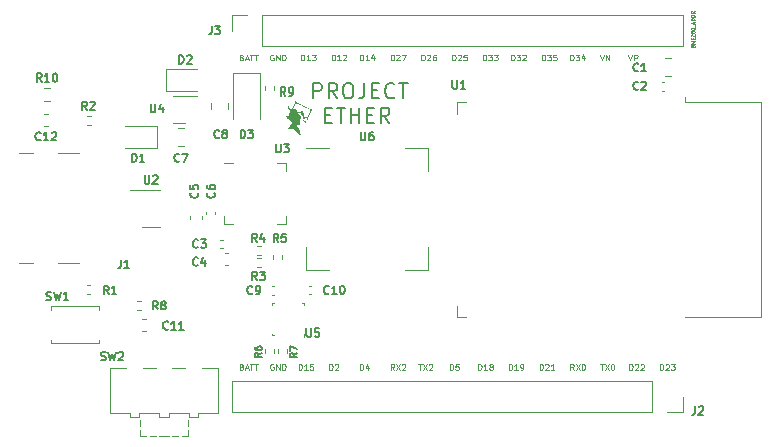
<source format=gbr>
%TF.GenerationSoftware,KiCad,Pcbnew,7.0.5-0*%
%TF.CreationDate,2024-04-28T23:55:43+02:00*%
%TF.ProjectId,esp32-eter,65737033-322d-4657-9465-722e6b696361,rev?*%
%TF.SameCoordinates,Original*%
%TF.FileFunction,Legend,Top*%
%TF.FilePolarity,Positive*%
%FSLAX46Y46*%
G04 Gerber Fmt 4.6, Leading zero omitted, Abs format (unit mm)*
G04 Created by KiCad (PCBNEW 7.0.5-0) date 2024-04-28 23:55:43*
%MOMM*%
%LPD*%
G01*
G04 APERTURE LIST*
%ADD10C,0.125000*%
%ADD11C,0.200000*%
%ADD12C,0.075000*%
%ADD13C,0.150000*%
%ADD14C,0.120000*%
%ADD15C,0.100000*%
G04 APERTURE END LIST*
D10*
X105601283Y-80732309D02*
X105601283Y-80232309D01*
X105601283Y-80232309D02*
X105720331Y-80232309D01*
X105720331Y-80232309D02*
X105791759Y-80256119D01*
X105791759Y-80256119D02*
X105839378Y-80303738D01*
X105839378Y-80303738D02*
X105863188Y-80351357D01*
X105863188Y-80351357D02*
X105886997Y-80446595D01*
X105886997Y-80446595D02*
X105886997Y-80518023D01*
X105886997Y-80518023D02*
X105863188Y-80613261D01*
X105863188Y-80613261D02*
X105839378Y-80660880D01*
X105839378Y-80660880D02*
X105791759Y-80708500D01*
X105791759Y-80708500D02*
X105720331Y-80732309D01*
X105720331Y-80732309D02*
X105601283Y-80732309D01*
X106363188Y-80732309D02*
X106077474Y-80732309D01*
X106220331Y-80732309D02*
X106220331Y-80232309D01*
X106220331Y-80232309D02*
X106172712Y-80303738D01*
X106172712Y-80303738D02*
X106125093Y-80351357D01*
X106125093Y-80351357D02*
X106077474Y-80375166D01*
X106648902Y-80446595D02*
X106601283Y-80422785D01*
X106601283Y-80422785D02*
X106577473Y-80398976D01*
X106577473Y-80398976D02*
X106553664Y-80351357D01*
X106553664Y-80351357D02*
X106553664Y-80327547D01*
X106553664Y-80327547D02*
X106577473Y-80279928D01*
X106577473Y-80279928D02*
X106601283Y-80256119D01*
X106601283Y-80256119D02*
X106648902Y-80232309D01*
X106648902Y-80232309D02*
X106744140Y-80232309D01*
X106744140Y-80232309D02*
X106791759Y-80256119D01*
X106791759Y-80256119D02*
X106815568Y-80279928D01*
X106815568Y-80279928D02*
X106839378Y-80327547D01*
X106839378Y-80327547D02*
X106839378Y-80351357D01*
X106839378Y-80351357D02*
X106815568Y-80398976D01*
X106815568Y-80398976D02*
X106791759Y-80422785D01*
X106791759Y-80422785D02*
X106744140Y-80446595D01*
X106744140Y-80446595D02*
X106648902Y-80446595D01*
X106648902Y-80446595D02*
X106601283Y-80470404D01*
X106601283Y-80470404D02*
X106577473Y-80494214D01*
X106577473Y-80494214D02*
X106553664Y-80541833D01*
X106553664Y-80541833D02*
X106553664Y-80637071D01*
X106553664Y-80637071D02*
X106577473Y-80684690D01*
X106577473Y-80684690D02*
X106601283Y-80708500D01*
X106601283Y-80708500D02*
X106648902Y-80732309D01*
X106648902Y-80732309D02*
X106744140Y-80732309D01*
X106744140Y-80732309D02*
X106791759Y-80708500D01*
X106791759Y-80708500D02*
X106815568Y-80684690D01*
X106815568Y-80684690D02*
X106839378Y-80637071D01*
X106839378Y-80637071D02*
X106839378Y-80541833D01*
X106839378Y-80541833D02*
X106815568Y-80494214D01*
X106815568Y-80494214D02*
X106791759Y-80470404D01*
X106791759Y-80470404D02*
X106744140Y-80446595D01*
D11*
X91641101Y-57737504D02*
X91641101Y-56437504D01*
X91641101Y-56437504D02*
X92136339Y-56437504D01*
X92136339Y-56437504D02*
X92260149Y-56499409D01*
X92260149Y-56499409D02*
X92322054Y-56561314D01*
X92322054Y-56561314D02*
X92383958Y-56685123D01*
X92383958Y-56685123D02*
X92383958Y-56870838D01*
X92383958Y-56870838D02*
X92322054Y-56994647D01*
X92322054Y-56994647D02*
X92260149Y-57056552D01*
X92260149Y-57056552D02*
X92136339Y-57118457D01*
X92136339Y-57118457D02*
X91641101Y-57118457D01*
X93683958Y-57737504D02*
X93250625Y-57118457D01*
X92941101Y-57737504D02*
X92941101Y-56437504D01*
X92941101Y-56437504D02*
X93436339Y-56437504D01*
X93436339Y-56437504D02*
X93560149Y-56499409D01*
X93560149Y-56499409D02*
X93622054Y-56561314D01*
X93622054Y-56561314D02*
X93683958Y-56685123D01*
X93683958Y-56685123D02*
X93683958Y-56870838D01*
X93683958Y-56870838D02*
X93622054Y-56994647D01*
X93622054Y-56994647D02*
X93560149Y-57056552D01*
X93560149Y-57056552D02*
X93436339Y-57118457D01*
X93436339Y-57118457D02*
X92941101Y-57118457D01*
X94488720Y-56437504D02*
X94736339Y-56437504D01*
X94736339Y-56437504D02*
X94860149Y-56499409D01*
X94860149Y-56499409D02*
X94983958Y-56623219D01*
X94983958Y-56623219D02*
X95045863Y-56870838D01*
X95045863Y-56870838D02*
X95045863Y-57304171D01*
X95045863Y-57304171D02*
X94983958Y-57551790D01*
X94983958Y-57551790D02*
X94860149Y-57675600D01*
X94860149Y-57675600D02*
X94736339Y-57737504D01*
X94736339Y-57737504D02*
X94488720Y-57737504D01*
X94488720Y-57737504D02*
X94364911Y-57675600D01*
X94364911Y-57675600D02*
X94241101Y-57551790D01*
X94241101Y-57551790D02*
X94179197Y-57304171D01*
X94179197Y-57304171D02*
X94179197Y-56870838D01*
X94179197Y-56870838D02*
X94241101Y-56623219D01*
X94241101Y-56623219D02*
X94364911Y-56499409D01*
X94364911Y-56499409D02*
X94488720Y-56437504D01*
X95974435Y-56437504D02*
X95974435Y-57366076D01*
X95974435Y-57366076D02*
X95912530Y-57551790D01*
X95912530Y-57551790D02*
X95788721Y-57675600D01*
X95788721Y-57675600D02*
X95603006Y-57737504D01*
X95603006Y-57737504D02*
X95479197Y-57737504D01*
X96593482Y-57056552D02*
X97026816Y-57056552D01*
X97212530Y-57737504D02*
X96593482Y-57737504D01*
X96593482Y-57737504D02*
X96593482Y-56437504D01*
X96593482Y-56437504D02*
X97212530Y-56437504D01*
X98512529Y-57613695D02*
X98450625Y-57675600D01*
X98450625Y-57675600D02*
X98264910Y-57737504D01*
X98264910Y-57737504D02*
X98141101Y-57737504D01*
X98141101Y-57737504D02*
X97955387Y-57675600D01*
X97955387Y-57675600D02*
X97831577Y-57551790D01*
X97831577Y-57551790D02*
X97769672Y-57427980D01*
X97769672Y-57427980D02*
X97707768Y-57180361D01*
X97707768Y-57180361D02*
X97707768Y-56994647D01*
X97707768Y-56994647D02*
X97769672Y-56747028D01*
X97769672Y-56747028D02*
X97831577Y-56623219D01*
X97831577Y-56623219D02*
X97955387Y-56499409D01*
X97955387Y-56499409D02*
X98141101Y-56437504D01*
X98141101Y-56437504D02*
X98264910Y-56437504D01*
X98264910Y-56437504D02*
X98450625Y-56499409D01*
X98450625Y-56499409D02*
X98512529Y-56561314D01*
X98883958Y-56437504D02*
X99626815Y-56437504D01*
X99255387Y-57737504D02*
X99255387Y-56437504D01*
X92631577Y-59149552D02*
X93064911Y-59149552D01*
X93250625Y-59830504D02*
X92631577Y-59830504D01*
X92631577Y-59830504D02*
X92631577Y-58530504D01*
X92631577Y-58530504D02*
X93250625Y-58530504D01*
X93622053Y-58530504D02*
X94364910Y-58530504D01*
X93993482Y-59830504D02*
X93993482Y-58530504D01*
X94798243Y-59830504D02*
X94798243Y-58530504D01*
X94798243Y-59149552D02*
X95541100Y-59149552D01*
X95541100Y-59830504D02*
X95541100Y-58530504D01*
X96160148Y-59149552D02*
X96593482Y-59149552D01*
X96779196Y-59830504D02*
X96160148Y-59830504D01*
X96160148Y-59830504D02*
X96160148Y-58530504D01*
X96160148Y-58530504D02*
X96779196Y-58530504D01*
X98079195Y-59830504D02*
X97645862Y-59211457D01*
X97336338Y-59830504D02*
X97336338Y-58530504D01*
X97336338Y-58530504D02*
X97831576Y-58530504D01*
X97831576Y-58530504D02*
X97955386Y-58592409D01*
X97955386Y-58592409D02*
X98017291Y-58654314D01*
X98017291Y-58654314D02*
X98079195Y-58778123D01*
X98079195Y-58778123D02*
X98079195Y-58963838D01*
X98079195Y-58963838D02*
X98017291Y-59087647D01*
X98017291Y-59087647D02*
X97955386Y-59149552D01*
X97955386Y-59149552D02*
X97831576Y-59211457D01*
X97831576Y-59211457D02*
X97336338Y-59211457D01*
D10*
X113401283Y-54532309D02*
X113401283Y-54032309D01*
X113401283Y-54032309D02*
X113520331Y-54032309D01*
X113520331Y-54032309D02*
X113591759Y-54056119D01*
X113591759Y-54056119D02*
X113639378Y-54103738D01*
X113639378Y-54103738D02*
X113663188Y-54151357D01*
X113663188Y-54151357D02*
X113686997Y-54246595D01*
X113686997Y-54246595D02*
X113686997Y-54318023D01*
X113686997Y-54318023D02*
X113663188Y-54413261D01*
X113663188Y-54413261D02*
X113639378Y-54460880D01*
X113639378Y-54460880D02*
X113591759Y-54508500D01*
X113591759Y-54508500D02*
X113520331Y-54532309D01*
X113520331Y-54532309D02*
X113401283Y-54532309D01*
X113853664Y-54032309D02*
X114163188Y-54032309D01*
X114163188Y-54032309D02*
X113996521Y-54222785D01*
X113996521Y-54222785D02*
X114067950Y-54222785D01*
X114067950Y-54222785D02*
X114115569Y-54246595D01*
X114115569Y-54246595D02*
X114139378Y-54270404D01*
X114139378Y-54270404D02*
X114163188Y-54318023D01*
X114163188Y-54318023D02*
X114163188Y-54437071D01*
X114163188Y-54437071D02*
X114139378Y-54484690D01*
X114139378Y-54484690D02*
X114115569Y-54508500D01*
X114115569Y-54508500D02*
X114067950Y-54532309D01*
X114067950Y-54532309D02*
X113925093Y-54532309D01*
X113925093Y-54532309D02*
X113877474Y-54508500D01*
X113877474Y-54508500D02*
X113853664Y-54484690D01*
X114591759Y-54198976D02*
X114591759Y-54532309D01*
X114472711Y-54008500D02*
X114353664Y-54365642D01*
X114353664Y-54365642D02*
X114663187Y-54365642D01*
X110801283Y-80732309D02*
X110801283Y-80232309D01*
X110801283Y-80232309D02*
X110920331Y-80232309D01*
X110920331Y-80232309D02*
X110991759Y-80256119D01*
X110991759Y-80256119D02*
X111039378Y-80303738D01*
X111039378Y-80303738D02*
X111063188Y-80351357D01*
X111063188Y-80351357D02*
X111086997Y-80446595D01*
X111086997Y-80446595D02*
X111086997Y-80518023D01*
X111086997Y-80518023D02*
X111063188Y-80613261D01*
X111063188Y-80613261D02*
X111039378Y-80660880D01*
X111039378Y-80660880D02*
X110991759Y-80708500D01*
X110991759Y-80708500D02*
X110920331Y-80732309D01*
X110920331Y-80732309D02*
X110801283Y-80732309D01*
X111277474Y-80279928D02*
X111301283Y-80256119D01*
X111301283Y-80256119D02*
X111348902Y-80232309D01*
X111348902Y-80232309D02*
X111467950Y-80232309D01*
X111467950Y-80232309D02*
X111515569Y-80256119D01*
X111515569Y-80256119D02*
X111539378Y-80279928D01*
X111539378Y-80279928D02*
X111563188Y-80327547D01*
X111563188Y-80327547D02*
X111563188Y-80375166D01*
X111563188Y-80375166D02*
X111539378Y-80446595D01*
X111539378Y-80446595D02*
X111253664Y-80732309D01*
X111253664Y-80732309D02*
X111563188Y-80732309D01*
X112039378Y-80732309D02*
X111753664Y-80732309D01*
X111896521Y-80732309D02*
X111896521Y-80232309D01*
X111896521Y-80232309D02*
X111848902Y-80303738D01*
X111848902Y-80303738D02*
X111801283Y-80351357D01*
X111801283Y-80351357D02*
X111753664Y-80375166D01*
X85567950Y-80470404D02*
X85639378Y-80494214D01*
X85639378Y-80494214D02*
X85663188Y-80518023D01*
X85663188Y-80518023D02*
X85686997Y-80565642D01*
X85686997Y-80565642D02*
X85686997Y-80637071D01*
X85686997Y-80637071D02*
X85663188Y-80684690D01*
X85663188Y-80684690D02*
X85639378Y-80708500D01*
X85639378Y-80708500D02*
X85591759Y-80732309D01*
X85591759Y-80732309D02*
X85401283Y-80732309D01*
X85401283Y-80732309D02*
X85401283Y-80232309D01*
X85401283Y-80232309D02*
X85567950Y-80232309D01*
X85567950Y-80232309D02*
X85615569Y-80256119D01*
X85615569Y-80256119D02*
X85639378Y-80279928D01*
X85639378Y-80279928D02*
X85663188Y-80327547D01*
X85663188Y-80327547D02*
X85663188Y-80375166D01*
X85663188Y-80375166D02*
X85639378Y-80422785D01*
X85639378Y-80422785D02*
X85615569Y-80446595D01*
X85615569Y-80446595D02*
X85567950Y-80470404D01*
X85567950Y-80470404D02*
X85401283Y-80470404D01*
X85877474Y-80589452D02*
X86115569Y-80589452D01*
X85829855Y-80732309D02*
X85996521Y-80232309D01*
X85996521Y-80232309D02*
X86163188Y-80732309D01*
X86258426Y-80232309D02*
X86544140Y-80232309D01*
X86401283Y-80732309D02*
X86401283Y-80232309D01*
X86639378Y-80232309D02*
X86925092Y-80232309D01*
X86782235Y-80732309D02*
X86782235Y-80232309D01*
X98486997Y-80732309D02*
X98320331Y-80494214D01*
X98201283Y-80732309D02*
X98201283Y-80232309D01*
X98201283Y-80232309D02*
X98391759Y-80232309D01*
X98391759Y-80232309D02*
X98439378Y-80256119D01*
X98439378Y-80256119D02*
X98463188Y-80279928D01*
X98463188Y-80279928D02*
X98486997Y-80327547D01*
X98486997Y-80327547D02*
X98486997Y-80398976D01*
X98486997Y-80398976D02*
X98463188Y-80446595D01*
X98463188Y-80446595D02*
X98439378Y-80470404D01*
X98439378Y-80470404D02*
X98391759Y-80494214D01*
X98391759Y-80494214D02*
X98201283Y-80494214D01*
X98653664Y-80232309D02*
X98986997Y-80732309D01*
X98986997Y-80232309D02*
X98653664Y-80732309D01*
X99153664Y-80279928D02*
X99177473Y-80256119D01*
X99177473Y-80256119D02*
X99225092Y-80232309D01*
X99225092Y-80232309D02*
X99344140Y-80232309D01*
X99344140Y-80232309D02*
X99391759Y-80256119D01*
X99391759Y-80256119D02*
X99415568Y-80279928D01*
X99415568Y-80279928D02*
X99439378Y-80327547D01*
X99439378Y-80327547D02*
X99439378Y-80375166D01*
X99439378Y-80375166D02*
X99415568Y-80446595D01*
X99415568Y-80446595D02*
X99129854Y-80732309D01*
X99129854Y-80732309D02*
X99439378Y-80732309D01*
X100529855Y-80232309D02*
X100815569Y-80232309D01*
X100672712Y-80732309D02*
X100672712Y-80232309D01*
X100934616Y-80232309D02*
X101267949Y-80732309D01*
X101267949Y-80232309D02*
X100934616Y-80732309D01*
X101434616Y-80279928D02*
X101458425Y-80256119D01*
X101458425Y-80256119D02*
X101506044Y-80232309D01*
X101506044Y-80232309D02*
X101625092Y-80232309D01*
X101625092Y-80232309D02*
X101672711Y-80256119D01*
X101672711Y-80256119D02*
X101696520Y-80279928D01*
X101696520Y-80279928D02*
X101720330Y-80327547D01*
X101720330Y-80327547D02*
X101720330Y-80375166D01*
X101720330Y-80375166D02*
X101696520Y-80446595D01*
X101696520Y-80446595D02*
X101410806Y-80732309D01*
X101410806Y-80732309D02*
X101720330Y-80732309D01*
X115929855Y-54032309D02*
X116096521Y-54532309D01*
X116096521Y-54532309D02*
X116263188Y-54032309D01*
X116429854Y-54532309D02*
X116429854Y-54032309D01*
X116429854Y-54032309D02*
X116715568Y-54532309D01*
X116715568Y-54532309D02*
X116715568Y-54032309D01*
X95601283Y-54532309D02*
X95601283Y-54032309D01*
X95601283Y-54032309D02*
X95720331Y-54032309D01*
X95720331Y-54032309D02*
X95791759Y-54056119D01*
X95791759Y-54056119D02*
X95839378Y-54103738D01*
X95839378Y-54103738D02*
X95863188Y-54151357D01*
X95863188Y-54151357D02*
X95886997Y-54246595D01*
X95886997Y-54246595D02*
X95886997Y-54318023D01*
X95886997Y-54318023D02*
X95863188Y-54413261D01*
X95863188Y-54413261D02*
X95839378Y-54460880D01*
X95839378Y-54460880D02*
X95791759Y-54508500D01*
X95791759Y-54508500D02*
X95720331Y-54532309D01*
X95720331Y-54532309D02*
X95601283Y-54532309D01*
X96363188Y-54532309D02*
X96077474Y-54532309D01*
X96220331Y-54532309D02*
X96220331Y-54032309D01*
X96220331Y-54032309D02*
X96172712Y-54103738D01*
X96172712Y-54103738D02*
X96125093Y-54151357D01*
X96125093Y-54151357D02*
X96077474Y-54175166D01*
X96791759Y-54198976D02*
X96791759Y-54532309D01*
X96672711Y-54008500D02*
X96553664Y-54365642D01*
X96553664Y-54365642D02*
X96863187Y-54365642D01*
X93201283Y-54532309D02*
X93201283Y-54032309D01*
X93201283Y-54032309D02*
X93320331Y-54032309D01*
X93320331Y-54032309D02*
X93391759Y-54056119D01*
X93391759Y-54056119D02*
X93439378Y-54103738D01*
X93439378Y-54103738D02*
X93463188Y-54151357D01*
X93463188Y-54151357D02*
X93486997Y-54246595D01*
X93486997Y-54246595D02*
X93486997Y-54318023D01*
X93486997Y-54318023D02*
X93463188Y-54413261D01*
X93463188Y-54413261D02*
X93439378Y-54460880D01*
X93439378Y-54460880D02*
X93391759Y-54508500D01*
X93391759Y-54508500D02*
X93320331Y-54532309D01*
X93320331Y-54532309D02*
X93201283Y-54532309D01*
X93963188Y-54532309D02*
X93677474Y-54532309D01*
X93820331Y-54532309D02*
X93820331Y-54032309D01*
X93820331Y-54032309D02*
X93772712Y-54103738D01*
X93772712Y-54103738D02*
X93725093Y-54151357D01*
X93725093Y-54151357D02*
X93677474Y-54175166D01*
X94153664Y-54079928D02*
X94177473Y-54056119D01*
X94177473Y-54056119D02*
X94225092Y-54032309D01*
X94225092Y-54032309D02*
X94344140Y-54032309D01*
X94344140Y-54032309D02*
X94391759Y-54056119D01*
X94391759Y-54056119D02*
X94415568Y-54079928D01*
X94415568Y-54079928D02*
X94439378Y-54127547D01*
X94439378Y-54127547D02*
X94439378Y-54175166D01*
X94439378Y-54175166D02*
X94415568Y-54246595D01*
X94415568Y-54246595D02*
X94129854Y-54532309D01*
X94129854Y-54532309D02*
X94439378Y-54532309D01*
X121001283Y-80732309D02*
X121001283Y-80232309D01*
X121001283Y-80232309D02*
X121120331Y-80232309D01*
X121120331Y-80232309D02*
X121191759Y-80256119D01*
X121191759Y-80256119D02*
X121239378Y-80303738D01*
X121239378Y-80303738D02*
X121263188Y-80351357D01*
X121263188Y-80351357D02*
X121286997Y-80446595D01*
X121286997Y-80446595D02*
X121286997Y-80518023D01*
X121286997Y-80518023D02*
X121263188Y-80613261D01*
X121263188Y-80613261D02*
X121239378Y-80660880D01*
X121239378Y-80660880D02*
X121191759Y-80708500D01*
X121191759Y-80708500D02*
X121120331Y-80732309D01*
X121120331Y-80732309D02*
X121001283Y-80732309D01*
X121477474Y-80279928D02*
X121501283Y-80256119D01*
X121501283Y-80256119D02*
X121548902Y-80232309D01*
X121548902Y-80232309D02*
X121667950Y-80232309D01*
X121667950Y-80232309D02*
X121715569Y-80256119D01*
X121715569Y-80256119D02*
X121739378Y-80279928D01*
X121739378Y-80279928D02*
X121763188Y-80327547D01*
X121763188Y-80327547D02*
X121763188Y-80375166D01*
X121763188Y-80375166D02*
X121739378Y-80446595D01*
X121739378Y-80446595D02*
X121453664Y-80732309D01*
X121453664Y-80732309D02*
X121763188Y-80732309D01*
X121929854Y-80232309D02*
X122239378Y-80232309D01*
X122239378Y-80232309D02*
X122072711Y-80422785D01*
X122072711Y-80422785D02*
X122144140Y-80422785D01*
X122144140Y-80422785D02*
X122191759Y-80446595D01*
X122191759Y-80446595D02*
X122215568Y-80470404D01*
X122215568Y-80470404D02*
X122239378Y-80518023D01*
X122239378Y-80518023D02*
X122239378Y-80637071D01*
X122239378Y-80637071D02*
X122215568Y-80684690D01*
X122215568Y-80684690D02*
X122191759Y-80708500D01*
X122191759Y-80708500D02*
X122144140Y-80732309D01*
X122144140Y-80732309D02*
X122001283Y-80732309D01*
X122001283Y-80732309D02*
X121953664Y-80708500D01*
X121953664Y-80708500D02*
X121929854Y-80684690D01*
X118401283Y-80732309D02*
X118401283Y-80232309D01*
X118401283Y-80232309D02*
X118520331Y-80232309D01*
X118520331Y-80232309D02*
X118591759Y-80256119D01*
X118591759Y-80256119D02*
X118639378Y-80303738D01*
X118639378Y-80303738D02*
X118663188Y-80351357D01*
X118663188Y-80351357D02*
X118686997Y-80446595D01*
X118686997Y-80446595D02*
X118686997Y-80518023D01*
X118686997Y-80518023D02*
X118663188Y-80613261D01*
X118663188Y-80613261D02*
X118639378Y-80660880D01*
X118639378Y-80660880D02*
X118591759Y-80708500D01*
X118591759Y-80708500D02*
X118520331Y-80732309D01*
X118520331Y-80732309D02*
X118401283Y-80732309D01*
X118877474Y-80279928D02*
X118901283Y-80256119D01*
X118901283Y-80256119D02*
X118948902Y-80232309D01*
X118948902Y-80232309D02*
X119067950Y-80232309D01*
X119067950Y-80232309D02*
X119115569Y-80256119D01*
X119115569Y-80256119D02*
X119139378Y-80279928D01*
X119139378Y-80279928D02*
X119163188Y-80327547D01*
X119163188Y-80327547D02*
X119163188Y-80375166D01*
X119163188Y-80375166D02*
X119139378Y-80446595D01*
X119139378Y-80446595D02*
X118853664Y-80732309D01*
X118853664Y-80732309D02*
X119163188Y-80732309D01*
X119353664Y-80279928D02*
X119377473Y-80256119D01*
X119377473Y-80256119D02*
X119425092Y-80232309D01*
X119425092Y-80232309D02*
X119544140Y-80232309D01*
X119544140Y-80232309D02*
X119591759Y-80256119D01*
X119591759Y-80256119D02*
X119615568Y-80279928D01*
X119615568Y-80279928D02*
X119639378Y-80327547D01*
X119639378Y-80327547D02*
X119639378Y-80375166D01*
X119639378Y-80375166D02*
X119615568Y-80446595D01*
X119615568Y-80446595D02*
X119329854Y-80732309D01*
X119329854Y-80732309D02*
X119639378Y-80732309D01*
X111001283Y-54532309D02*
X111001283Y-54032309D01*
X111001283Y-54032309D02*
X111120331Y-54032309D01*
X111120331Y-54032309D02*
X111191759Y-54056119D01*
X111191759Y-54056119D02*
X111239378Y-54103738D01*
X111239378Y-54103738D02*
X111263188Y-54151357D01*
X111263188Y-54151357D02*
X111286997Y-54246595D01*
X111286997Y-54246595D02*
X111286997Y-54318023D01*
X111286997Y-54318023D02*
X111263188Y-54413261D01*
X111263188Y-54413261D02*
X111239378Y-54460880D01*
X111239378Y-54460880D02*
X111191759Y-54508500D01*
X111191759Y-54508500D02*
X111120331Y-54532309D01*
X111120331Y-54532309D02*
X111001283Y-54532309D01*
X111453664Y-54032309D02*
X111763188Y-54032309D01*
X111763188Y-54032309D02*
X111596521Y-54222785D01*
X111596521Y-54222785D02*
X111667950Y-54222785D01*
X111667950Y-54222785D02*
X111715569Y-54246595D01*
X111715569Y-54246595D02*
X111739378Y-54270404D01*
X111739378Y-54270404D02*
X111763188Y-54318023D01*
X111763188Y-54318023D02*
X111763188Y-54437071D01*
X111763188Y-54437071D02*
X111739378Y-54484690D01*
X111739378Y-54484690D02*
X111715569Y-54508500D01*
X111715569Y-54508500D02*
X111667950Y-54532309D01*
X111667950Y-54532309D02*
X111525093Y-54532309D01*
X111525093Y-54532309D02*
X111477474Y-54508500D01*
X111477474Y-54508500D02*
X111453664Y-54484690D01*
X112215568Y-54032309D02*
X111977473Y-54032309D01*
X111977473Y-54032309D02*
X111953664Y-54270404D01*
X111953664Y-54270404D02*
X111977473Y-54246595D01*
X111977473Y-54246595D02*
X112025092Y-54222785D01*
X112025092Y-54222785D02*
X112144140Y-54222785D01*
X112144140Y-54222785D02*
X112191759Y-54246595D01*
X112191759Y-54246595D02*
X112215568Y-54270404D01*
X112215568Y-54270404D02*
X112239378Y-54318023D01*
X112239378Y-54318023D02*
X112239378Y-54437071D01*
X112239378Y-54437071D02*
X112215568Y-54484690D01*
X112215568Y-54484690D02*
X112191759Y-54508500D01*
X112191759Y-54508500D02*
X112144140Y-54532309D01*
X112144140Y-54532309D02*
X112025092Y-54532309D01*
X112025092Y-54532309D02*
X111977473Y-54508500D01*
X111977473Y-54508500D02*
X111953664Y-54484690D01*
X90401283Y-80732309D02*
X90401283Y-80232309D01*
X90401283Y-80232309D02*
X90520331Y-80232309D01*
X90520331Y-80232309D02*
X90591759Y-80256119D01*
X90591759Y-80256119D02*
X90639378Y-80303738D01*
X90639378Y-80303738D02*
X90663188Y-80351357D01*
X90663188Y-80351357D02*
X90686997Y-80446595D01*
X90686997Y-80446595D02*
X90686997Y-80518023D01*
X90686997Y-80518023D02*
X90663188Y-80613261D01*
X90663188Y-80613261D02*
X90639378Y-80660880D01*
X90639378Y-80660880D02*
X90591759Y-80708500D01*
X90591759Y-80708500D02*
X90520331Y-80732309D01*
X90520331Y-80732309D02*
X90401283Y-80732309D01*
X91163188Y-80732309D02*
X90877474Y-80732309D01*
X91020331Y-80732309D02*
X91020331Y-80232309D01*
X91020331Y-80232309D02*
X90972712Y-80303738D01*
X90972712Y-80303738D02*
X90925093Y-80351357D01*
X90925093Y-80351357D02*
X90877474Y-80375166D01*
X91615568Y-80232309D02*
X91377473Y-80232309D01*
X91377473Y-80232309D02*
X91353664Y-80470404D01*
X91353664Y-80470404D02*
X91377473Y-80446595D01*
X91377473Y-80446595D02*
X91425092Y-80422785D01*
X91425092Y-80422785D02*
X91544140Y-80422785D01*
X91544140Y-80422785D02*
X91591759Y-80446595D01*
X91591759Y-80446595D02*
X91615568Y-80470404D01*
X91615568Y-80470404D02*
X91639378Y-80518023D01*
X91639378Y-80518023D02*
X91639378Y-80637071D01*
X91639378Y-80637071D02*
X91615568Y-80684690D01*
X91615568Y-80684690D02*
X91591759Y-80708500D01*
X91591759Y-80708500D02*
X91544140Y-80732309D01*
X91544140Y-80732309D02*
X91425092Y-80732309D01*
X91425092Y-80732309D02*
X91377473Y-80708500D01*
X91377473Y-80708500D02*
X91353664Y-80684690D01*
X103201283Y-80732309D02*
X103201283Y-80232309D01*
X103201283Y-80232309D02*
X103320331Y-80232309D01*
X103320331Y-80232309D02*
X103391759Y-80256119D01*
X103391759Y-80256119D02*
X103439378Y-80303738D01*
X103439378Y-80303738D02*
X103463188Y-80351357D01*
X103463188Y-80351357D02*
X103486997Y-80446595D01*
X103486997Y-80446595D02*
X103486997Y-80518023D01*
X103486997Y-80518023D02*
X103463188Y-80613261D01*
X103463188Y-80613261D02*
X103439378Y-80660880D01*
X103439378Y-80660880D02*
X103391759Y-80708500D01*
X103391759Y-80708500D02*
X103320331Y-80732309D01*
X103320331Y-80732309D02*
X103201283Y-80732309D01*
X103939378Y-80232309D02*
X103701283Y-80232309D01*
X103701283Y-80232309D02*
X103677474Y-80470404D01*
X103677474Y-80470404D02*
X103701283Y-80446595D01*
X103701283Y-80446595D02*
X103748902Y-80422785D01*
X103748902Y-80422785D02*
X103867950Y-80422785D01*
X103867950Y-80422785D02*
X103915569Y-80446595D01*
X103915569Y-80446595D02*
X103939378Y-80470404D01*
X103939378Y-80470404D02*
X103963188Y-80518023D01*
X103963188Y-80518023D02*
X103963188Y-80637071D01*
X103963188Y-80637071D02*
X103939378Y-80684690D01*
X103939378Y-80684690D02*
X103915569Y-80708500D01*
X103915569Y-80708500D02*
X103867950Y-80732309D01*
X103867950Y-80732309D02*
X103748902Y-80732309D01*
X103748902Y-80732309D02*
X103701283Y-80708500D01*
X103701283Y-80708500D02*
X103677474Y-80684690D01*
X108201283Y-80732309D02*
X108201283Y-80232309D01*
X108201283Y-80232309D02*
X108320331Y-80232309D01*
X108320331Y-80232309D02*
X108391759Y-80256119D01*
X108391759Y-80256119D02*
X108439378Y-80303738D01*
X108439378Y-80303738D02*
X108463188Y-80351357D01*
X108463188Y-80351357D02*
X108486997Y-80446595D01*
X108486997Y-80446595D02*
X108486997Y-80518023D01*
X108486997Y-80518023D02*
X108463188Y-80613261D01*
X108463188Y-80613261D02*
X108439378Y-80660880D01*
X108439378Y-80660880D02*
X108391759Y-80708500D01*
X108391759Y-80708500D02*
X108320331Y-80732309D01*
X108320331Y-80732309D02*
X108201283Y-80732309D01*
X108963188Y-80732309D02*
X108677474Y-80732309D01*
X108820331Y-80732309D02*
X108820331Y-80232309D01*
X108820331Y-80232309D02*
X108772712Y-80303738D01*
X108772712Y-80303738D02*
X108725093Y-80351357D01*
X108725093Y-80351357D02*
X108677474Y-80375166D01*
X109201283Y-80732309D02*
X109296521Y-80732309D01*
X109296521Y-80732309D02*
X109344140Y-80708500D01*
X109344140Y-80708500D02*
X109367949Y-80684690D01*
X109367949Y-80684690D02*
X109415568Y-80613261D01*
X109415568Y-80613261D02*
X109439378Y-80518023D01*
X109439378Y-80518023D02*
X109439378Y-80327547D01*
X109439378Y-80327547D02*
X109415568Y-80279928D01*
X109415568Y-80279928D02*
X109391759Y-80256119D01*
X109391759Y-80256119D02*
X109344140Y-80232309D01*
X109344140Y-80232309D02*
X109248902Y-80232309D01*
X109248902Y-80232309D02*
X109201283Y-80256119D01*
X109201283Y-80256119D02*
X109177473Y-80279928D01*
X109177473Y-80279928D02*
X109153664Y-80327547D01*
X109153664Y-80327547D02*
X109153664Y-80446595D01*
X109153664Y-80446595D02*
X109177473Y-80494214D01*
X109177473Y-80494214D02*
X109201283Y-80518023D01*
X109201283Y-80518023D02*
X109248902Y-80541833D01*
X109248902Y-80541833D02*
X109344140Y-80541833D01*
X109344140Y-80541833D02*
X109391759Y-80518023D01*
X109391759Y-80518023D02*
X109415568Y-80494214D01*
X109415568Y-80494214D02*
X109439378Y-80446595D01*
X85567950Y-54270404D02*
X85639378Y-54294214D01*
X85639378Y-54294214D02*
X85663188Y-54318023D01*
X85663188Y-54318023D02*
X85686997Y-54365642D01*
X85686997Y-54365642D02*
X85686997Y-54437071D01*
X85686997Y-54437071D02*
X85663188Y-54484690D01*
X85663188Y-54484690D02*
X85639378Y-54508500D01*
X85639378Y-54508500D02*
X85591759Y-54532309D01*
X85591759Y-54532309D02*
X85401283Y-54532309D01*
X85401283Y-54532309D02*
X85401283Y-54032309D01*
X85401283Y-54032309D02*
X85567950Y-54032309D01*
X85567950Y-54032309D02*
X85615569Y-54056119D01*
X85615569Y-54056119D02*
X85639378Y-54079928D01*
X85639378Y-54079928D02*
X85663188Y-54127547D01*
X85663188Y-54127547D02*
X85663188Y-54175166D01*
X85663188Y-54175166D02*
X85639378Y-54222785D01*
X85639378Y-54222785D02*
X85615569Y-54246595D01*
X85615569Y-54246595D02*
X85567950Y-54270404D01*
X85567950Y-54270404D02*
X85401283Y-54270404D01*
X85877474Y-54389452D02*
X86115569Y-54389452D01*
X85829855Y-54532309D02*
X85996521Y-54032309D01*
X85996521Y-54032309D02*
X86163188Y-54532309D01*
X86258426Y-54032309D02*
X86544140Y-54032309D01*
X86401283Y-54532309D02*
X86401283Y-54032309D01*
X86639378Y-54032309D02*
X86925092Y-54032309D01*
X86782235Y-54532309D02*
X86782235Y-54032309D01*
X95601283Y-80732309D02*
X95601283Y-80232309D01*
X95601283Y-80232309D02*
X95720331Y-80232309D01*
X95720331Y-80232309D02*
X95791759Y-80256119D01*
X95791759Y-80256119D02*
X95839378Y-80303738D01*
X95839378Y-80303738D02*
X95863188Y-80351357D01*
X95863188Y-80351357D02*
X95886997Y-80446595D01*
X95886997Y-80446595D02*
X95886997Y-80518023D01*
X95886997Y-80518023D02*
X95863188Y-80613261D01*
X95863188Y-80613261D02*
X95839378Y-80660880D01*
X95839378Y-80660880D02*
X95791759Y-80708500D01*
X95791759Y-80708500D02*
X95720331Y-80732309D01*
X95720331Y-80732309D02*
X95601283Y-80732309D01*
X96315569Y-80398976D02*
X96315569Y-80732309D01*
X96196521Y-80208500D02*
X96077474Y-80565642D01*
X96077474Y-80565642D02*
X96386997Y-80565642D01*
X103401283Y-54532309D02*
X103401283Y-54032309D01*
X103401283Y-54032309D02*
X103520331Y-54032309D01*
X103520331Y-54032309D02*
X103591759Y-54056119D01*
X103591759Y-54056119D02*
X103639378Y-54103738D01*
X103639378Y-54103738D02*
X103663188Y-54151357D01*
X103663188Y-54151357D02*
X103686997Y-54246595D01*
X103686997Y-54246595D02*
X103686997Y-54318023D01*
X103686997Y-54318023D02*
X103663188Y-54413261D01*
X103663188Y-54413261D02*
X103639378Y-54460880D01*
X103639378Y-54460880D02*
X103591759Y-54508500D01*
X103591759Y-54508500D02*
X103520331Y-54532309D01*
X103520331Y-54532309D02*
X103401283Y-54532309D01*
X103877474Y-54079928D02*
X103901283Y-54056119D01*
X103901283Y-54056119D02*
X103948902Y-54032309D01*
X103948902Y-54032309D02*
X104067950Y-54032309D01*
X104067950Y-54032309D02*
X104115569Y-54056119D01*
X104115569Y-54056119D02*
X104139378Y-54079928D01*
X104139378Y-54079928D02*
X104163188Y-54127547D01*
X104163188Y-54127547D02*
X104163188Y-54175166D01*
X104163188Y-54175166D02*
X104139378Y-54246595D01*
X104139378Y-54246595D02*
X103853664Y-54532309D01*
X103853664Y-54532309D02*
X104163188Y-54532309D01*
X104615568Y-54032309D02*
X104377473Y-54032309D01*
X104377473Y-54032309D02*
X104353664Y-54270404D01*
X104353664Y-54270404D02*
X104377473Y-54246595D01*
X104377473Y-54246595D02*
X104425092Y-54222785D01*
X104425092Y-54222785D02*
X104544140Y-54222785D01*
X104544140Y-54222785D02*
X104591759Y-54246595D01*
X104591759Y-54246595D02*
X104615568Y-54270404D01*
X104615568Y-54270404D02*
X104639378Y-54318023D01*
X104639378Y-54318023D02*
X104639378Y-54437071D01*
X104639378Y-54437071D02*
X104615568Y-54484690D01*
X104615568Y-54484690D02*
X104591759Y-54508500D01*
X104591759Y-54508500D02*
X104544140Y-54532309D01*
X104544140Y-54532309D02*
X104425092Y-54532309D01*
X104425092Y-54532309D02*
X104377473Y-54508500D01*
X104377473Y-54508500D02*
X104353664Y-54484690D01*
X100801283Y-54532309D02*
X100801283Y-54032309D01*
X100801283Y-54032309D02*
X100920331Y-54032309D01*
X100920331Y-54032309D02*
X100991759Y-54056119D01*
X100991759Y-54056119D02*
X101039378Y-54103738D01*
X101039378Y-54103738D02*
X101063188Y-54151357D01*
X101063188Y-54151357D02*
X101086997Y-54246595D01*
X101086997Y-54246595D02*
X101086997Y-54318023D01*
X101086997Y-54318023D02*
X101063188Y-54413261D01*
X101063188Y-54413261D02*
X101039378Y-54460880D01*
X101039378Y-54460880D02*
X100991759Y-54508500D01*
X100991759Y-54508500D02*
X100920331Y-54532309D01*
X100920331Y-54532309D02*
X100801283Y-54532309D01*
X101277474Y-54079928D02*
X101301283Y-54056119D01*
X101301283Y-54056119D02*
X101348902Y-54032309D01*
X101348902Y-54032309D02*
X101467950Y-54032309D01*
X101467950Y-54032309D02*
X101515569Y-54056119D01*
X101515569Y-54056119D02*
X101539378Y-54079928D01*
X101539378Y-54079928D02*
X101563188Y-54127547D01*
X101563188Y-54127547D02*
X101563188Y-54175166D01*
X101563188Y-54175166D02*
X101539378Y-54246595D01*
X101539378Y-54246595D02*
X101253664Y-54532309D01*
X101253664Y-54532309D02*
X101563188Y-54532309D01*
X101991759Y-54032309D02*
X101896521Y-54032309D01*
X101896521Y-54032309D02*
X101848902Y-54056119D01*
X101848902Y-54056119D02*
X101825092Y-54079928D01*
X101825092Y-54079928D02*
X101777473Y-54151357D01*
X101777473Y-54151357D02*
X101753664Y-54246595D01*
X101753664Y-54246595D02*
X101753664Y-54437071D01*
X101753664Y-54437071D02*
X101777473Y-54484690D01*
X101777473Y-54484690D02*
X101801283Y-54508500D01*
X101801283Y-54508500D02*
X101848902Y-54532309D01*
X101848902Y-54532309D02*
X101944140Y-54532309D01*
X101944140Y-54532309D02*
X101991759Y-54508500D01*
X101991759Y-54508500D02*
X102015568Y-54484690D01*
X102015568Y-54484690D02*
X102039378Y-54437071D01*
X102039378Y-54437071D02*
X102039378Y-54318023D01*
X102039378Y-54318023D02*
X102015568Y-54270404D01*
X102015568Y-54270404D02*
X101991759Y-54246595D01*
X101991759Y-54246595D02*
X101944140Y-54222785D01*
X101944140Y-54222785D02*
X101848902Y-54222785D01*
X101848902Y-54222785D02*
X101801283Y-54246595D01*
X101801283Y-54246595D02*
X101777473Y-54270404D01*
X101777473Y-54270404D02*
X101753664Y-54318023D01*
X98201283Y-54532309D02*
X98201283Y-54032309D01*
X98201283Y-54032309D02*
X98320331Y-54032309D01*
X98320331Y-54032309D02*
X98391759Y-54056119D01*
X98391759Y-54056119D02*
X98439378Y-54103738D01*
X98439378Y-54103738D02*
X98463188Y-54151357D01*
X98463188Y-54151357D02*
X98486997Y-54246595D01*
X98486997Y-54246595D02*
X98486997Y-54318023D01*
X98486997Y-54318023D02*
X98463188Y-54413261D01*
X98463188Y-54413261D02*
X98439378Y-54460880D01*
X98439378Y-54460880D02*
X98391759Y-54508500D01*
X98391759Y-54508500D02*
X98320331Y-54532309D01*
X98320331Y-54532309D02*
X98201283Y-54532309D01*
X98677474Y-54079928D02*
X98701283Y-54056119D01*
X98701283Y-54056119D02*
X98748902Y-54032309D01*
X98748902Y-54032309D02*
X98867950Y-54032309D01*
X98867950Y-54032309D02*
X98915569Y-54056119D01*
X98915569Y-54056119D02*
X98939378Y-54079928D01*
X98939378Y-54079928D02*
X98963188Y-54127547D01*
X98963188Y-54127547D02*
X98963188Y-54175166D01*
X98963188Y-54175166D02*
X98939378Y-54246595D01*
X98939378Y-54246595D02*
X98653664Y-54532309D01*
X98653664Y-54532309D02*
X98963188Y-54532309D01*
X99129854Y-54032309D02*
X99463187Y-54032309D01*
X99463187Y-54032309D02*
X99248902Y-54532309D01*
X93001283Y-80732309D02*
X93001283Y-80232309D01*
X93001283Y-80232309D02*
X93120331Y-80232309D01*
X93120331Y-80232309D02*
X93191759Y-80256119D01*
X93191759Y-80256119D02*
X93239378Y-80303738D01*
X93239378Y-80303738D02*
X93263188Y-80351357D01*
X93263188Y-80351357D02*
X93286997Y-80446595D01*
X93286997Y-80446595D02*
X93286997Y-80518023D01*
X93286997Y-80518023D02*
X93263188Y-80613261D01*
X93263188Y-80613261D02*
X93239378Y-80660880D01*
X93239378Y-80660880D02*
X93191759Y-80708500D01*
X93191759Y-80708500D02*
X93120331Y-80732309D01*
X93120331Y-80732309D02*
X93001283Y-80732309D01*
X93477474Y-80279928D02*
X93501283Y-80256119D01*
X93501283Y-80256119D02*
X93548902Y-80232309D01*
X93548902Y-80232309D02*
X93667950Y-80232309D01*
X93667950Y-80232309D02*
X93715569Y-80256119D01*
X93715569Y-80256119D02*
X93739378Y-80279928D01*
X93739378Y-80279928D02*
X93763188Y-80327547D01*
X93763188Y-80327547D02*
X93763188Y-80375166D01*
X93763188Y-80375166D02*
X93739378Y-80446595D01*
X93739378Y-80446595D02*
X93453664Y-80732309D01*
X93453664Y-80732309D02*
X93763188Y-80732309D01*
X90601283Y-54532309D02*
X90601283Y-54032309D01*
X90601283Y-54032309D02*
X90720331Y-54032309D01*
X90720331Y-54032309D02*
X90791759Y-54056119D01*
X90791759Y-54056119D02*
X90839378Y-54103738D01*
X90839378Y-54103738D02*
X90863188Y-54151357D01*
X90863188Y-54151357D02*
X90886997Y-54246595D01*
X90886997Y-54246595D02*
X90886997Y-54318023D01*
X90886997Y-54318023D02*
X90863188Y-54413261D01*
X90863188Y-54413261D02*
X90839378Y-54460880D01*
X90839378Y-54460880D02*
X90791759Y-54508500D01*
X90791759Y-54508500D02*
X90720331Y-54532309D01*
X90720331Y-54532309D02*
X90601283Y-54532309D01*
X91363188Y-54532309D02*
X91077474Y-54532309D01*
X91220331Y-54532309D02*
X91220331Y-54032309D01*
X91220331Y-54032309D02*
X91172712Y-54103738D01*
X91172712Y-54103738D02*
X91125093Y-54151357D01*
X91125093Y-54151357D02*
X91077474Y-54175166D01*
X91529854Y-54032309D02*
X91839378Y-54032309D01*
X91839378Y-54032309D02*
X91672711Y-54222785D01*
X91672711Y-54222785D02*
X91744140Y-54222785D01*
X91744140Y-54222785D02*
X91791759Y-54246595D01*
X91791759Y-54246595D02*
X91815568Y-54270404D01*
X91815568Y-54270404D02*
X91839378Y-54318023D01*
X91839378Y-54318023D02*
X91839378Y-54437071D01*
X91839378Y-54437071D02*
X91815568Y-54484690D01*
X91815568Y-54484690D02*
X91791759Y-54508500D01*
X91791759Y-54508500D02*
X91744140Y-54532309D01*
X91744140Y-54532309D02*
X91601283Y-54532309D01*
X91601283Y-54532309D02*
X91553664Y-54508500D01*
X91553664Y-54508500D02*
X91529854Y-54484690D01*
X106001283Y-54532309D02*
X106001283Y-54032309D01*
X106001283Y-54032309D02*
X106120331Y-54032309D01*
X106120331Y-54032309D02*
X106191759Y-54056119D01*
X106191759Y-54056119D02*
X106239378Y-54103738D01*
X106239378Y-54103738D02*
X106263188Y-54151357D01*
X106263188Y-54151357D02*
X106286997Y-54246595D01*
X106286997Y-54246595D02*
X106286997Y-54318023D01*
X106286997Y-54318023D02*
X106263188Y-54413261D01*
X106263188Y-54413261D02*
X106239378Y-54460880D01*
X106239378Y-54460880D02*
X106191759Y-54508500D01*
X106191759Y-54508500D02*
X106120331Y-54532309D01*
X106120331Y-54532309D02*
X106001283Y-54532309D01*
X106453664Y-54032309D02*
X106763188Y-54032309D01*
X106763188Y-54032309D02*
X106596521Y-54222785D01*
X106596521Y-54222785D02*
X106667950Y-54222785D01*
X106667950Y-54222785D02*
X106715569Y-54246595D01*
X106715569Y-54246595D02*
X106739378Y-54270404D01*
X106739378Y-54270404D02*
X106763188Y-54318023D01*
X106763188Y-54318023D02*
X106763188Y-54437071D01*
X106763188Y-54437071D02*
X106739378Y-54484690D01*
X106739378Y-54484690D02*
X106715569Y-54508500D01*
X106715569Y-54508500D02*
X106667950Y-54532309D01*
X106667950Y-54532309D02*
X106525093Y-54532309D01*
X106525093Y-54532309D02*
X106477474Y-54508500D01*
X106477474Y-54508500D02*
X106453664Y-54484690D01*
X106929854Y-54032309D02*
X107239378Y-54032309D01*
X107239378Y-54032309D02*
X107072711Y-54222785D01*
X107072711Y-54222785D02*
X107144140Y-54222785D01*
X107144140Y-54222785D02*
X107191759Y-54246595D01*
X107191759Y-54246595D02*
X107215568Y-54270404D01*
X107215568Y-54270404D02*
X107239378Y-54318023D01*
X107239378Y-54318023D02*
X107239378Y-54437071D01*
X107239378Y-54437071D02*
X107215568Y-54484690D01*
X107215568Y-54484690D02*
X107191759Y-54508500D01*
X107191759Y-54508500D02*
X107144140Y-54532309D01*
X107144140Y-54532309D02*
X107001283Y-54532309D01*
X107001283Y-54532309D02*
X106953664Y-54508500D01*
X106953664Y-54508500D02*
X106929854Y-54484690D01*
X88263188Y-54056119D02*
X88215569Y-54032309D01*
X88215569Y-54032309D02*
X88144140Y-54032309D01*
X88144140Y-54032309D02*
X88072712Y-54056119D01*
X88072712Y-54056119D02*
X88025093Y-54103738D01*
X88025093Y-54103738D02*
X88001283Y-54151357D01*
X88001283Y-54151357D02*
X87977474Y-54246595D01*
X87977474Y-54246595D02*
X87977474Y-54318023D01*
X87977474Y-54318023D02*
X88001283Y-54413261D01*
X88001283Y-54413261D02*
X88025093Y-54460880D01*
X88025093Y-54460880D02*
X88072712Y-54508500D01*
X88072712Y-54508500D02*
X88144140Y-54532309D01*
X88144140Y-54532309D02*
X88191759Y-54532309D01*
X88191759Y-54532309D02*
X88263188Y-54508500D01*
X88263188Y-54508500D02*
X88286997Y-54484690D01*
X88286997Y-54484690D02*
X88286997Y-54318023D01*
X88286997Y-54318023D02*
X88191759Y-54318023D01*
X88501283Y-54532309D02*
X88501283Y-54032309D01*
X88501283Y-54032309D02*
X88786997Y-54532309D01*
X88786997Y-54532309D02*
X88786997Y-54032309D01*
X89025093Y-54532309D02*
X89025093Y-54032309D01*
X89025093Y-54032309D02*
X89144141Y-54032309D01*
X89144141Y-54032309D02*
X89215569Y-54056119D01*
X89215569Y-54056119D02*
X89263188Y-54103738D01*
X89263188Y-54103738D02*
X89286998Y-54151357D01*
X89286998Y-54151357D02*
X89310807Y-54246595D01*
X89310807Y-54246595D02*
X89310807Y-54318023D01*
X89310807Y-54318023D02*
X89286998Y-54413261D01*
X89286998Y-54413261D02*
X89263188Y-54460880D01*
X89263188Y-54460880D02*
X89215569Y-54508500D01*
X89215569Y-54508500D02*
X89144141Y-54532309D01*
X89144141Y-54532309D02*
X89025093Y-54532309D01*
X118329855Y-54032309D02*
X118496521Y-54532309D01*
X118496521Y-54532309D02*
X118663188Y-54032309D01*
X118829854Y-54532309D02*
X118829854Y-54032309D01*
X118829854Y-54032309D02*
X119020330Y-54032309D01*
X119020330Y-54032309D02*
X119067949Y-54056119D01*
X119067949Y-54056119D02*
X119091759Y-54079928D01*
X119091759Y-54079928D02*
X119115568Y-54127547D01*
X119115568Y-54127547D02*
X119115568Y-54198976D01*
X119115568Y-54198976D02*
X119091759Y-54246595D01*
X119091759Y-54246595D02*
X119067949Y-54270404D01*
X119067949Y-54270404D02*
X119020330Y-54294214D01*
X119020330Y-54294214D02*
X118829854Y-54294214D01*
X113686997Y-80732309D02*
X113520331Y-80494214D01*
X113401283Y-80732309D02*
X113401283Y-80232309D01*
X113401283Y-80232309D02*
X113591759Y-80232309D01*
X113591759Y-80232309D02*
X113639378Y-80256119D01*
X113639378Y-80256119D02*
X113663188Y-80279928D01*
X113663188Y-80279928D02*
X113686997Y-80327547D01*
X113686997Y-80327547D02*
X113686997Y-80398976D01*
X113686997Y-80398976D02*
X113663188Y-80446595D01*
X113663188Y-80446595D02*
X113639378Y-80470404D01*
X113639378Y-80470404D02*
X113591759Y-80494214D01*
X113591759Y-80494214D02*
X113401283Y-80494214D01*
X113853664Y-80232309D02*
X114186997Y-80732309D01*
X114186997Y-80232309D02*
X113853664Y-80732309D01*
X114472711Y-80232309D02*
X114520330Y-80232309D01*
X114520330Y-80232309D02*
X114567949Y-80256119D01*
X114567949Y-80256119D02*
X114591759Y-80279928D01*
X114591759Y-80279928D02*
X114615568Y-80327547D01*
X114615568Y-80327547D02*
X114639378Y-80422785D01*
X114639378Y-80422785D02*
X114639378Y-80541833D01*
X114639378Y-80541833D02*
X114615568Y-80637071D01*
X114615568Y-80637071D02*
X114591759Y-80684690D01*
X114591759Y-80684690D02*
X114567949Y-80708500D01*
X114567949Y-80708500D02*
X114520330Y-80732309D01*
X114520330Y-80732309D02*
X114472711Y-80732309D01*
X114472711Y-80732309D02*
X114425092Y-80708500D01*
X114425092Y-80708500D02*
X114401283Y-80684690D01*
X114401283Y-80684690D02*
X114377473Y-80637071D01*
X114377473Y-80637071D02*
X114353664Y-80541833D01*
X114353664Y-80541833D02*
X114353664Y-80422785D01*
X114353664Y-80422785D02*
X114377473Y-80327547D01*
X114377473Y-80327547D02*
X114401283Y-80279928D01*
X114401283Y-80279928D02*
X114425092Y-80256119D01*
X114425092Y-80256119D02*
X114472711Y-80232309D01*
X115929855Y-80232309D02*
X116215569Y-80232309D01*
X116072712Y-80732309D02*
X116072712Y-80232309D01*
X116334616Y-80232309D02*
X116667949Y-80732309D01*
X116667949Y-80232309D02*
X116334616Y-80732309D01*
X116953663Y-80232309D02*
X117001282Y-80232309D01*
X117001282Y-80232309D02*
X117048901Y-80256119D01*
X117048901Y-80256119D02*
X117072711Y-80279928D01*
X117072711Y-80279928D02*
X117096520Y-80327547D01*
X117096520Y-80327547D02*
X117120330Y-80422785D01*
X117120330Y-80422785D02*
X117120330Y-80541833D01*
X117120330Y-80541833D02*
X117096520Y-80637071D01*
X117096520Y-80637071D02*
X117072711Y-80684690D01*
X117072711Y-80684690D02*
X117048901Y-80708500D01*
X117048901Y-80708500D02*
X117001282Y-80732309D01*
X117001282Y-80732309D02*
X116953663Y-80732309D01*
X116953663Y-80732309D02*
X116906044Y-80708500D01*
X116906044Y-80708500D02*
X116882235Y-80684690D01*
X116882235Y-80684690D02*
X116858425Y-80637071D01*
X116858425Y-80637071D02*
X116834616Y-80541833D01*
X116834616Y-80541833D02*
X116834616Y-80422785D01*
X116834616Y-80422785D02*
X116858425Y-80327547D01*
X116858425Y-80327547D02*
X116882235Y-80279928D01*
X116882235Y-80279928D02*
X116906044Y-80256119D01*
X116906044Y-80256119D02*
X116953663Y-80232309D01*
X88263188Y-80256119D02*
X88215569Y-80232309D01*
X88215569Y-80232309D02*
X88144140Y-80232309D01*
X88144140Y-80232309D02*
X88072712Y-80256119D01*
X88072712Y-80256119D02*
X88025093Y-80303738D01*
X88025093Y-80303738D02*
X88001283Y-80351357D01*
X88001283Y-80351357D02*
X87977474Y-80446595D01*
X87977474Y-80446595D02*
X87977474Y-80518023D01*
X87977474Y-80518023D02*
X88001283Y-80613261D01*
X88001283Y-80613261D02*
X88025093Y-80660880D01*
X88025093Y-80660880D02*
X88072712Y-80708500D01*
X88072712Y-80708500D02*
X88144140Y-80732309D01*
X88144140Y-80732309D02*
X88191759Y-80732309D01*
X88191759Y-80732309D02*
X88263188Y-80708500D01*
X88263188Y-80708500D02*
X88286997Y-80684690D01*
X88286997Y-80684690D02*
X88286997Y-80518023D01*
X88286997Y-80518023D02*
X88191759Y-80518023D01*
X88501283Y-80732309D02*
X88501283Y-80232309D01*
X88501283Y-80232309D02*
X88786997Y-80732309D01*
X88786997Y-80732309D02*
X88786997Y-80232309D01*
X89025093Y-80732309D02*
X89025093Y-80232309D01*
X89025093Y-80232309D02*
X89144141Y-80232309D01*
X89144141Y-80232309D02*
X89215569Y-80256119D01*
X89215569Y-80256119D02*
X89263188Y-80303738D01*
X89263188Y-80303738D02*
X89286998Y-80351357D01*
X89286998Y-80351357D02*
X89310807Y-80446595D01*
X89310807Y-80446595D02*
X89310807Y-80518023D01*
X89310807Y-80518023D02*
X89286998Y-80613261D01*
X89286998Y-80613261D02*
X89263188Y-80660880D01*
X89263188Y-80660880D02*
X89215569Y-80708500D01*
X89215569Y-80708500D02*
X89144141Y-80732309D01*
X89144141Y-80732309D02*
X89025093Y-80732309D01*
D12*
X123762242Y-53299229D02*
X123776528Y-53256372D01*
X123776528Y-53256372D02*
X123790814Y-53242086D01*
X123790814Y-53242086D02*
X123819385Y-53227800D01*
X123819385Y-53227800D02*
X123862242Y-53227800D01*
X123862242Y-53227800D02*
X123890814Y-53242086D01*
X123890814Y-53242086D02*
X123905100Y-53256372D01*
X123905100Y-53256372D02*
X123919385Y-53284943D01*
X123919385Y-53284943D02*
X123919385Y-53399229D01*
X123919385Y-53399229D02*
X123619385Y-53399229D01*
X123619385Y-53399229D02*
X123619385Y-53299229D01*
X123619385Y-53299229D02*
X123633671Y-53270658D01*
X123633671Y-53270658D02*
X123647957Y-53256372D01*
X123647957Y-53256372D02*
X123676528Y-53242086D01*
X123676528Y-53242086D02*
X123705100Y-53242086D01*
X123705100Y-53242086D02*
X123733671Y-53256372D01*
X123733671Y-53256372D02*
X123747957Y-53270658D01*
X123747957Y-53270658D02*
X123762242Y-53299229D01*
X123762242Y-53299229D02*
X123762242Y-53399229D01*
X123919385Y-53099229D02*
X123619385Y-53099229D01*
X123619385Y-53099229D02*
X123833671Y-52999229D01*
X123833671Y-52999229D02*
X123619385Y-52899229D01*
X123619385Y-52899229D02*
X123919385Y-52899229D01*
X123762242Y-52756372D02*
X123762242Y-52656372D01*
X123919385Y-52613515D02*
X123919385Y-52756372D01*
X123919385Y-52756372D02*
X123619385Y-52756372D01*
X123619385Y-52756372D02*
X123619385Y-52613515D01*
X123647957Y-52499229D02*
X123633671Y-52484943D01*
X123633671Y-52484943D02*
X123619385Y-52456372D01*
X123619385Y-52456372D02*
X123619385Y-52384943D01*
X123619385Y-52384943D02*
X123633671Y-52356372D01*
X123633671Y-52356372D02*
X123647957Y-52342086D01*
X123647957Y-52342086D02*
X123676528Y-52327800D01*
X123676528Y-52327800D02*
X123705100Y-52327800D01*
X123705100Y-52327800D02*
X123747957Y-52342086D01*
X123747957Y-52342086D02*
X123919385Y-52513514D01*
X123919385Y-52513514D02*
X123919385Y-52327800D01*
X123747957Y-52156372D02*
X123733671Y-52184943D01*
X123733671Y-52184943D02*
X123719385Y-52199229D01*
X123719385Y-52199229D02*
X123690814Y-52213515D01*
X123690814Y-52213515D02*
X123676528Y-52213515D01*
X123676528Y-52213515D02*
X123647957Y-52199229D01*
X123647957Y-52199229D02*
X123633671Y-52184943D01*
X123633671Y-52184943D02*
X123619385Y-52156372D01*
X123619385Y-52156372D02*
X123619385Y-52099229D01*
X123619385Y-52099229D02*
X123633671Y-52070658D01*
X123633671Y-52070658D02*
X123647957Y-52056372D01*
X123647957Y-52056372D02*
X123676528Y-52042086D01*
X123676528Y-52042086D02*
X123690814Y-52042086D01*
X123690814Y-52042086D02*
X123719385Y-52056372D01*
X123719385Y-52056372D02*
X123733671Y-52070658D01*
X123733671Y-52070658D02*
X123747957Y-52099229D01*
X123747957Y-52099229D02*
X123747957Y-52156372D01*
X123747957Y-52156372D02*
X123762242Y-52184943D01*
X123762242Y-52184943D02*
X123776528Y-52199229D01*
X123776528Y-52199229D02*
X123805100Y-52213515D01*
X123805100Y-52213515D02*
X123862242Y-52213515D01*
X123862242Y-52213515D02*
X123890814Y-52199229D01*
X123890814Y-52199229D02*
X123905100Y-52184943D01*
X123905100Y-52184943D02*
X123919385Y-52156372D01*
X123919385Y-52156372D02*
X123919385Y-52099229D01*
X123919385Y-52099229D02*
X123905100Y-52070658D01*
X123905100Y-52070658D02*
X123890814Y-52056372D01*
X123890814Y-52056372D02*
X123862242Y-52042086D01*
X123862242Y-52042086D02*
X123805100Y-52042086D01*
X123805100Y-52042086D02*
X123776528Y-52056372D01*
X123776528Y-52056372D02*
X123762242Y-52070658D01*
X123762242Y-52070658D02*
X123747957Y-52099229D01*
X123619385Y-51856372D02*
X123619385Y-51827801D01*
X123619385Y-51827801D02*
X123633671Y-51799229D01*
X123633671Y-51799229D02*
X123647957Y-51784944D01*
X123647957Y-51784944D02*
X123676528Y-51770658D01*
X123676528Y-51770658D02*
X123733671Y-51756372D01*
X123733671Y-51756372D02*
X123805100Y-51756372D01*
X123805100Y-51756372D02*
X123862242Y-51770658D01*
X123862242Y-51770658D02*
X123890814Y-51784944D01*
X123890814Y-51784944D02*
X123905100Y-51799229D01*
X123905100Y-51799229D02*
X123919385Y-51827801D01*
X123919385Y-51827801D02*
X123919385Y-51856372D01*
X123919385Y-51856372D02*
X123905100Y-51884944D01*
X123905100Y-51884944D02*
X123890814Y-51899229D01*
X123890814Y-51899229D02*
X123862242Y-51913515D01*
X123862242Y-51913515D02*
X123805100Y-51927801D01*
X123805100Y-51927801D02*
X123733671Y-51927801D01*
X123733671Y-51927801D02*
X123676528Y-51913515D01*
X123676528Y-51913515D02*
X123647957Y-51899229D01*
X123647957Y-51899229D02*
X123633671Y-51884944D01*
X123633671Y-51884944D02*
X123619385Y-51856372D01*
X123947957Y-51699230D02*
X123947957Y-51470658D01*
X123833671Y-51413516D02*
X123833671Y-51270659D01*
X123919385Y-51442087D02*
X123619385Y-51342087D01*
X123619385Y-51342087D02*
X123919385Y-51242087D01*
X123919385Y-51142087D02*
X123619385Y-51142087D01*
X123619385Y-51142087D02*
X123619385Y-51070658D01*
X123619385Y-51070658D02*
X123633671Y-51027801D01*
X123633671Y-51027801D02*
X123662242Y-50999230D01*
X123662242Y-50999230D02*
X123690814Y-50984944D01*
X123690814Y-50984944D02*
X123747957Y-50970658D01*
X123747957Y-50970658D02*
X123790814Y-50970658D01*
X123790814Y-50970658D02*
X123847957Y-50984944D01*
X123847957Y-50984944D02*
X123876528Y-50999230D01*
X123876528Y-50999230D02*
X123905100Y-51027801D01*
X123905100Y-51027801D02*
X123919385Y-51070658D01*
X123919385Y-51070658D02*
X123919385Y-51142087D01*
X123919385Y-50842087D02*
X123619385Y-50842087D01*
X123619385Y-50842087D02*
X123619385Y-50770658D01*
X123619385Y-50770658D02*
X123633671Y-50727801D01*
X123633671Y-50727801D02*
X123662242Y-50699230D01*
X123662242Y-50699230D02*
X123690814Y-50684944D01*
X123690814Y-50684944D02*
X123747957Y-50670658D01*
X123747957Y-50670658D02*
X123790814Y-50670658D01*
X123790814Y-50670658D02*
X123847957Y-50684944D01*
X123847957Y-50684944D02*
X123876528Y-50699230D01*
X123876528Y-50699230D02*
X123905100Y-50727801D01*
X123905100Y-50727801D02*
X123919385Y-50770658D01*
X123919385Y-50770658D02*
X123919385Y-50842087D01*
X123919385Y-50370658D02*
X123776528Y-50470658D01*
X123919385Y-50542087D02*
X123619385Y-50542087D01*
X123619385Y-50542087D02*
X123619385Y-50427801D01*
X123619385Y-50427801D02*
X123633671Y-50399230D01*
X123633671Y-50399230D02*
X123647957Y-50384944D01*
X123647957Y-50384944D02*
X123676528Y-50370658D01*
X123676528Y-50370658D02*
X123719385Y-50370658D01*
X123719385Y-50370658D02*
X123747957Y-50384944D01*
X123747957Y-50384944D02*
X123762242Y-50399230D01*
X123762242Y-50399230D02*
X123776528Y-50427801D01*
X123776528Y-50427801D02*
X123776528Y-50542087D01*
D10*
X108401283Y-54532309D02*
X108401283Y-54032309D01*
X108401283Y-54032309D02*
X108520331Y-54032309D01*
X108520331Y-54032309D02*
X108591759Y-54056119D01*
X108591759Y-54056119D02*
X108639378Y-54103738D01*
X108639378Y-54103738D02*
X108663188Y-54151357D01*
X108663188Y-54151357D02*
X108686997Y-54246595D01*
X108686997Y-54246595D02*
X108686997Y-54318023D01*
X108686997Y-54318023D02*
X108663188Y-54413261D01*
X108663188Y-54413261D02*
X108639378Y-54460880D01*
X108639378Y-54460880D02*
X108591759Y-54508500D01*
X108591759Y-54508500D02*
X108520331Y-54532309D01*
X108520331Y-54532309D02*
X108401283Y-54532309D01*
X108853664Y-54032309D02*
X109163188Y-54032309D01*
X109163188Y-54032309D02*
X108996521Y-54222785D01*
X108996521Y-54222785D02*
X109067950Y-54222785D01*
X109067950Y-54222785D02*
X109115569Y-54246595D01*
X109115569Y-54246595D02*
X109139378Y-54270404D01*
X109139378Y-54270404D02*
X109163188Y-54318023D01*
X109163188Y-54318023D02*
X109163188Y-54437071D01*
X109163188Y-54437071D02*
X109139378Y-54484690D01*
X109139378Y-54484690D02*
X109115569Y-54508500D01*
X109115569Y-54508500D02*
X109067950Y-54532309D01*
X109067950Y-54532309D02*
X108925093Y-54532309D01*
X108925093Y-54532309D02*
X108877474Y-54508500D01*
X108877474Y-54508500D02*
X108853664Y-54484690D01*
X109353664Y-54079928D02*
X109377473Y-54056119D01*
X109377473Y-54056119D02*
X109425092Y-54032309D01*
X109425092Y-54032309D02*
X109544140Y-54032309D01*
X109544140Y-54032309D02*
X109591759Y-54056119D01*
X109591759Y-54056119D02*
X109615568Y-54079928D01*
X109615568Y-54079928D02*
X109639378Y-54127547D01*
X109639378Y-54127547D02*
X109639378Y-54175166D01*
X109639378Y-54175166D02*
X109615568Y-54246595D01*
X109615568Y-54246595D02*
X109329854Y-54532309D01*
X109329854Y-54532309D02*
X109639378Y-54532309D01*
D13*
%TO.C,R3*%
X86883333Y-73116033D02*
X86650000Y-72782700D01*
X86483333Y-73116033D02*
X86483333Y-72416033D01*
X86483333Y-72416033D02*
X86750000Y-72416033D01*
X86750000Y-72416033D02*
X86816667Y-72449366D01*
X86816667Y-72449366D02*
X86850000Y-72482700D01*
X86850000Y-72482700D02*
X86883333Y-72549366D01*
X86883333Y-72549366D02*
X86883333Y-72649366D01*
X86883333Y-72649366D02*
X86850000Y-72716033D01*
X86850000Y-72716033D02*
X86816667Y-72749366D01*
X86816667Y-72749366D02*
X86750000Y-72782700D01*
X86750000Y-72782700D02*
X86483333Y-72782700D01*
X87116667Y-72416033D02*
X87550000Y-72416033D01*
X87550000Y-72416033D02*
X87316667Y-72682700D01*
X87316667Y-72682700D02*
X87416667Y-72682700D01*
X87416667Y-72682700D02*
X87483333Y-72716033D01*
X87483333Y-72716033D02*
X87516667Y-72749366D01*
X87516667Y-72749366D02*
X87550000Y-72816033D01*
X87550000Y-72816033D02*
X87550000Y-72982700D01*
X87550000Y-72982700D02*
X87516667Y-73049366D01*
X87516667Y-73049366D02*
X87483333Y-73082700D01*
X87483333Y-73082700D02*
X87416667Y-73116033D01*
X87416667Y-73116033D02*
X87216667Y-73116033D01*
X87216667Y-73116033D02*
X87150000Y-73082700D01*
X87150000Y-73082700D02*
X87116667Y-73049366D01*
%TO.C,J2*%
X123966666Y-83816033D02*
X123966666Y-84316033D01*
X123966666Y-84316033D02*
X123933333Y-84416033D01*
X123933333Y-84416033D02*
X123866666Y-84482700D01*
X123866666Y-84482700D02*
X123766666Y-84516033D01*
X123766666Y-84516033D02*
X123700000Y-84516033D01*
X124266666Y-83882700D02*
X124299999Y-83849366D01*
X124299999Y-83849366D02*
X124366666Y-83816033D01*
X124366666Y-83816033D02*
X124533333Y-83816033D01*
X124533333Y-83816033D02*
X124599999Y-83849366D01*
X124599999Y-83849366D02*
X124633333Y-83882700D01*
X124633333Y-83882700D02*
X124666666Y-83949366D01*
X124666666Y-83949366D02*
X124666666Y-84016033D01*
X124666666Y-84016033D02*
X124633333Y-84116033D01*
X124633333Y-84116033D02*
X124233333Y-84516033D01*
X124233333Y-84516033D02*
X124666666Y-84516033D01*
%TO.C,J3*%
X83056666Y-51616033D02*
X83056666Y-52116033D01*
X83056666Y-52116033D02*
X83023333Y-52216033D01*
X83023333Y-52216033D02*
X82956666Y-52282700D01*
X82956666Y-52282700D02*
X82856666Y-52316033D01*
X82856666Y-52316033D02*
X82790000Y-52316033D01*
X83323333Y-51616033D02*
X83756666Y-51616033D01*
X83756666Y-51616033D02*
X83523333Y-51882700D01*
X83523333Y-51882700D02*
X83623333Y-51882700D01*
X83623333Y-51882700D02*
X83689999Y-51916033D01*
X83689999Y-51916033D02*
X83723333Y-51949366D01*
X83723333Y-51949366D02*
X83756666Y-52016033D01*
X83756666Y-52016033D02*
X83756666Y-52182700D01*
X83756666Y-52182700D02*
X83723333Y-52249366D01*
X83723333Y-52249366D02*
X83689999Y-52282700D01*
X83689999Y-52282700D02*
X83623333Y-52316033D01*
X83623333Y-52316033D02*
X83423333Y-52316033D01*
X83423333Y-52316033D02*
X83356666Y-52282700D01*
X83356666Y-52282700D02*
X83323333Y-52249366D01*
%TO.C,U1*%
X103416666Y-56216033D02*
X103416666Y-56782700D01*
X103416666Y-56782700D02*
X103450000Y-56849366D01*
X103450000Y-56849366D02*
X103483333Y-56882700D01*
X103483333Y-56882700D02*
X103550000Y-56916033D01*
X103550000Y-56916033D02*
X103683333Y-56916033D01*
X103683333Y-56916033D02*
X103750000Y-56882700D01*
X103750000Y-56882700D02*
X103783333Y-56849366D01*
X103783333Y-56849366D02*
X103816666Y-56782700D01*
X103816666Y-56782700D02*
X103816666Y-56216033D01*
X104516666Y-56916033D02*
X104116666Y-56916033D01*
X104316666Y-56916033D02*
X104316666Y-56216033D01*
X104316666Y-56216033D02*
X104249999Y-56316033D01*
X104249999Y-56316033D02*
X104183333Y-56382700D01*
X104183333Y-56382700D02*
X104116666Y-56416033D01*
%TO.C,R8*%
X78483333Y-75616033D02*
X78250000Y-75282700D01*
X78083333Y-75616033D02*
X78083333Y-74916033D01*
X78083333Y-74916033D02*
X78350000Y-74916033D01*
X78350000Y-74916033D02*
X78416667Y-74949366D01*
X78416667Y-74949366D02*
X78450000Y-74982700D01*
X78450000Y-74982700D02*
X78483333Y-75049366D01*
X78483333Y-75049366D02*
X78483333Y-75149366D01*
X78483333Y-75149366D02*
X78450000Y-75216033D01*
X78450000Y-75216033D02*
X78416667Y-75249366D01*
X78416667Y-75249366D02*
X78350000Y-75282700D01*
X78350000Y-75282700D02*
X78083333Y-75282700D01*
X78883333Y-75216033D02*
X78816667Y-75182700D01*
X78816667Y-75182700D02*
X78783333Y-75149366D01*
X78783333Y-75149366D02*
X78750000Y-75082700D01*
X78750000Y-75082700D02*
X78750000Y-75049366D01*
X78750000Y-75049366D02*
X78783333Y-74982700D01*
X78783333Y-74982700D02*
X78816667Y-74949366D01*
X78816667Y-74949366D02*
X78883333Y-74916033D01*
X78883333Y-74916033D02*
X79016667Y-74916033D01*
X79016667Y-74916033D02*
X79083333Y-74949366D01*
X79083333Y-74949366D02*
X79116667Y-74982700D01*
X79116667Y-74982700D02*
X79150000Y-75049366D01*
X79150000Y-75049366D02*
X79150000Y-75082700D01*
X79150000Y-75082700D02*
X79116667Y-75149366D01*
X79116667Y-75149366D02*
X79083333Y-75182700D01*
X79083333Y-75182700D02*
X79016667Y-75216033D01*
X79016667Y-75216033D02*
X78883333Y-75216033D01*
X78883333Y-75216033D02*
X78816667Y-75249366D01*
X78816667Y-75249366D02*
X78783333Y-75282700D01*
X78783333Y-75282700D02*
X78750000Y-75349366D01*
X78750000Y-75349366D02*
X78750000Y-75482700D01*
X78750000Y-75482700D02*
X78783333Y-75549366D01*
X78783333Y-75549366D02*
X78816667Y-75582700D01*
X78816667Y-75582700D02*
X78883333Y-75616033D01*
X78883333Y-75616033D02*
X79016667Y-75616033D01*
X79016667Y-75616033D02*
X79083333Y-75582700D01*
X79083333Y-75582700D02*
X79116667Y-75549366D01*
X79116667Y-75549366D02*
X79150000Y-75482700D01*
X79150000Y-75482700D02*
X79150000Y-75349366D01*
X79150000Y-75349366D02*
X79116667Y-75282700D01*
X79116667Y-75282700D02*
X79083333Y-75249366D01*
X79083333Y-75249366D02*
X79016667Y-75216033D01*
%TO.C,C2*%
X119153333Y-56959366D02*
X119120000Y-56992700D01*
X119120000Y-56992700D02*
X119020000Y-57026033D01*
X119020000Y-57026033D02*
X118953333Y-57026033D01*
X118953333Y-57026033D02*
X118853333Y-56992700D01*
X118853333Y-56992700D02*
X118786667Y-56926033D01*
X118786667Y-56926033D02*
X118753333Y-56859366D01*
X118753333Y-56859366D02*
X118720000Y-56726033D01*
X118720000Y-56726033D02*
X118720000Y-56626033D01*
X118720000Y-56626033D02*
X118753333Y-56492700D01*
X118753333Y-56492700D02*
X118786667Y-56426033D01*
X118786667Y-56426033D02*
X118853333Y-56359366D01*
X118853333Y-56359366D02*
X118953333Y-56326033D01*
X118953333Y-56326033D02*
X119020000Y-56326033D01*
X119020000Y-56326033D02*
X119120000Y-56359366D01*
X119120000Y-56359366D02*
X119153333Y-56392700D01*
X119420000Y-56392700D02*
X119453333Y-56359366D01*
X119453333Y-56359366D02*
X119520000Y-56326033D01*
X119520000Y-56326033D02*
X119686667Y-56326033D01*
X119686667Y-56326033D02*
X119753333Y-56359366D01*
X119753333Y-56359366D02*
X119786667Y-56392700D01*
X119786667Y-56392700D02*
X119820000Y-56459366D01*
X119820000Y-56459366D02*
X119820000Y-56526033D01*
X119820000Y-56526033D02*
X119786667Y-56626033D01*
X119786667Y-56626033D02*
X119386667Y-57026033D01*
X119386667Y-57026033D02*
X119820000Y-57026033D01*
%TO.C,R10*%
X68639999Y-56316033D02*
X68406666Y-55982700D01*
X68239999Y-56316033D02*
X68239999Y-55616033D01*
X68239999Y-55616033D02*
X68506666Y-55616033D01*
X68506666Y-55616033D02*
X68573333Y-55649366D01*
X68573333Y-55649366D02*
X68606666Y-55682700D01*
X68606666Y-55682700D02*
X68639999Y-55749366D01*
X68639999Y-55749366D02*
X68639999Y-55849366D01*
X68639999Y-55849366D02*
X68606666Y-55916033D01*
X68606666Y-55916033D02*
X68573333Y-55949366D01*
X68573333Y-55949366D02*
X68506666Y-55982700D01*
X68506666Y-55982700D02*
X68239999Y-55982700D01*
X69306666Y-56316033D02*
X68906666Y-56316033D01*
X69106666Y-56316033D02*
X69106666Y-55616033D01*
X69106666Y-55616033D02*
X69039999Y-55716033D01*
X69039999Y-55716033D02*
X68973333Y-55782700D01*
X68973333Y-55782700D02*
X68906666Y-55816033D01*
X69740000Y-55616033D02*
X69806666Y-55616033D01*
X69806666Y-55616033D02*
X69873333Y-55649366D01*
X69873333Y-55649366D02*
X69906666Y-55682700D01*
X69906666Y-55682700D02*
X69940000Y-55749366D01*
X69940000Y-55749366D02*
X69973333Y-55882700D01*
X69973333Y-55882700D02*
X69973333Y-56049366D01*
X69973333Y-56049366D02*
X69940000Y-56182700D01*
X69940000Y-56182700D02*
X69906666Y-56249366D01*
X69906666Y-56249366D02*
X69873333Y-56282700D01*
X69873333Y-56282700D02*
X69806666Y-56316033D01*
X69806666Y-56316033D02*
X69740000Y-56316033D01*
X69740000Y-56316033D02*
X69673333Y-56282700D01*
X69673333Y-56282700D02*
X69640000Y-56249366D01*
X69640000Y-56249366D02*
X69606666Y-56182700D01*
X69606666Y-56182700D02*
X69573333Y-56049366D01*
X69573333Y-56049366D02*
X69573333Y-55882700D01*
X69573333Y-55882700D02*
X69606666Y-55749366D01*
X69606666Y-55749366D02*
X69640000Y-55682700D01*
X69640000Y-55682700D02*
X69673333Y-55649366D01*
X69673333Y-55649366D02*
X69740000Y-55616033D01*
%TO.C,R7*%
X90269771Y-79299999D02*
X89984057Y-79499999D01*
X90269771Y-79642856D02*
X89669771Y-79642856D01*
X89669771Y-79642856D02*
X89669771Y-79414285D01*
X89669771Y-79414285D02*
X89698342Y-79357142D01*
X89698342Y-79357142D02*
X89726914Y-79328571D01*
X89726914Y-79328571D02*
X89784057Y-79299999D01*
X89784057Y-79299999D02*
X89869771Y-79299999D01*
X89869771Y-79299999D02*
X89926914Y-79328571D01*
X89926914Y-79328571D02*
X89955485Y-79357142D01*
X89955485Y-79357142D02*
X89984057Y-79414285D01*
X89984057Y-79414285D02*
X89984057Y-79642856D01*
X89669771Y-79099999D02*
X89669771Y-78699999D01*
X89669771Y-78699999D02*
X90269771Y-78957142D01*
%TO.C,U4*%
X77866666Y-58216033D02*
X77866666Y-58782700D01*
X77866666Y-58782700D02*
X77900000Y-58849366D01*
X77900000Y-58849366D02*
X77933333Y-58882700D01*
X77933333Y-58882700D02*
X78000000Y-58916033D01*
X78000000Y-58916033D02*
X78133333Y-58916033D01*
X78133333Y-58916033D02*
X78200000Y-58882700D01*
X78200000Y-58882700D02*
X78233333Y-58849366D01*
X78233333Y-58849366D02*
X78266666Y-58782700D01*
X78266666Y-58782700D02*
X78266666Y-58216033D01*
X78899999Y-58449366D02*
X78899999Y-58916033D01*
X78733333Y-58182700D02*
X78566666Y-58682700D01*
X78566666Y-58682700D02*
X78999999Y-58682700D01*
%TO.C,J1*%
X75336666Y-71426033D02*
X75336666Y-71926033D01*
X75336666Y-71926033D02*
X75303333Y-72026033D01*
X75303333Y-72026033D02*
X75236666Y-72092700D01*
X75236666Y-72092700D02*
X75136666Y-72126033D01*
X75136666Y-72126033D02*
X75070000Y-72126033D01*
X76036666Y-72126033D02*
X75636666Y-72126033D01*
X75836666Y-72126033D02*
X75836666Y-71426033D01*
X75836666Y-71426033D02*
X75769999Y-71526033D01*
X75769999Y-71526033D02*
X75703333Y-71592700D01*
X75703333Y-71592700D02*
X75636666Y-71626033D01*
%TO.C,R9*%
X89283333Y-57516033D02*
X89050000Y-57182700D01*
X88883333Y-57516033D02*
X88883333Y-56816033D01*
X88883333Y-56816033D02*
X89150000Y-56816033D01*
X89150000Y-56816033D02*
X89216667Y-56849366D01*
X89216667Y-56849366D02*
X89250000Y-56882700D01*
X89250000Y-56882700D02*
X89283333Y-56949366D01*
X89283333Y-56949366D02*
X89283333Y-57049366D01*
X89283333Y-57049366D02*
X89250000Y-57116033D01*
X89250000Y-57116033D02*
X89216667Y-57149366D01*
X89216667Y-57149366D02*
X89150000Y-57182700D01*
X89150000Y-57182700D02*
X88883333Y-57182700D01*
X89616667Y-57516033D02*
X89750000Y-57516033D01*
X89750000Y-57516033D02*
X89816667Y-57482700D01*
X89816667Y-57482700D02*
X89850000Y-57449366D01*
X89850000Y-57449366D02*
X89916667Y-57349366D01*
X89916667Y-57349366D02*
X89950000Y-57216033D01*
X89950000Y-57216033D02*
X89950000Y-56949366D01*
X89950000Y-56949366D02*
X89916667Y-56882700D01*
X89916667Y-56882700D02*
X89883333Y-56849366D01*
X89883333Y-56849366D02*
X89816667Y-56816033D01*
X89816667Y-56816033D02*
X89683333Y-56816033D01*
X89683333Y-56816033D02*
X89616667Y-56849366D01*
X89616667Y-56849366D02*
X89583333Y-56882700D01*
X89583333Y-56882700D02*
X89550000Y-56949366D01*
X89550000Y-56949366D02*
X89550000Y-57116033D01*
X89550000Y-57116033D02*
X89583333Y-57182700D01*
X89583333Y-57182700D02*
X89616667Y-57216033D01*
X89616667Y-57216033D02*
X89683333Y-57249366D01*
X89683333Y-57249366D02*
X89816667Y-57249366D01*
X89816667Y-57249366D02*
X89883333Y-57216033D01*
X89883333Y-57216033D02*
X89916667Y-57182700D01*
X89916667Y-57182700D02*
X89950000Y-57116033D01*
%TO.C,C8*%
X83683333Y-61049366D02*
X83650000Y-61082700D01*
X83650000Y-61082700D02*
X83550000Y-61116033D01*
X83550000Y-61116033D02*
X83483333Y-61116033D01*
X83483333Y-61116033D02*
X83383333Y-61082700D01*
X83383333Y-61082700D02*
X83316667Y-61016033D01*
X83316667Y-61016033D02*
X83283333Y-60949366D01*
X83283333Y-60949366D02*
X83250000Y-60816033D01*
X83250000Y-60816033D02*
X83250000Y-60716033D01*
X83250000Y-60716033D02*
X83283333Y-60582700D01*
X83283333Y-60582700D02*
X83316667Y-60516033D01*
X83316667Y-60516033D02*
X83383333Y-60449366D01*
X83383333Y-60449366D02*
X83483333Y-60416033D01*
X83483333Y-60416033D02*
X83550000Y-60416033D01*
X83550000Y-60416033D02*
X83650000Y-60449366D01*
X83650000Y-60449366D02*
X83683333Y-60482700D01*
X84083333Y-60716033D02*
X84016667Y-60682700D01*
X84016667Y-60682700D02*
X83983333Y-60649366D01*
X83983333Y-60649366D02*
X83950000Y-60582700D01*
X83950000Y-60582700D02*
X83950000Y-60549366D01*
X83950000Y-60549366D02*
X83983333Y-60482700D01*
X83983333Y-60482700D02*
X84016667Y-60449366D01*
X84016667Y-60449366D02*
X84083333Y-60416033D01*
X84083333Y-60416033D02*
X84216667Y-60416033D01*
X84216667Y-60416033D02*
X84283333Y-60449366D01*
X84283333Y-60449366D02*
X84316667Y-60482700D01*
X84316667Y-60482700D02*
X84350000Y-60549366D01*
X84350000Y-60549366D02*
X84350000Y-60582700D01*
X84350000Y-60582700D02*
X84316667Y-60649366D01*
X84316667Y-60649366D02*
X84283333Y-60682700D01*
X84283333Y-60682700D02*
X84216667Y-60716033D01*
X84216667Y-60716033D02*
X84083333Y-60716033D01*
X84083333Y-60716033D02*
X84016667Y-60749366D01*
X84016667Y-60749366D02*
X83983333Y-60782700D01*
X83983333Y-60782700D02*
X83950000Y-60849366D01*
X83950000Y-60849366D02*
X83950000Y-60982700D01*
X83950000Y-60982700D02*
X83983333Y-61049366D01*
X83983333Y-61049366D02*
X84016667Y-61082700D01*
X84016667Y-61082700D02*
X84083333Y-61116033D01*
X84083333Y-61116033D02*
X84216667Y-61116033D01*
X84216667Y-61116033D02*
X84283333Y-61082700D01*
X84283333Y-61082700D02*
X84316667Y-61049366D01*
X84316667Y-61049366D02*
X84350000Y-60982700D01*
X84350000Y-60982700D02*
X84350000Y-60849366D01*
X84350000Y-60849366D02*
X84316667Y-60782700D01*
X84316667Y-60782700D02*
X84283333Y-60749366D01*
X84283333Y-60749366D02*
X84216667Y-60716033D01*
%TO.C,D1*%
X76283333Y-63116033D02*
X76283333Y-62416033D01*
X76283333Y-62416033D02*
X76450000Y-62416033D01*
X76450000Y-62416033D02*
X76550000Y-62449366D01*
X76550000Y-62449366D02*
X76616667Y-62516033D01*
X76616667Y-62516033D02*
X76650000Y-62582700D01*
X76650000Y-62582700D02*
X76683333Y-62716033D01*
X76683333Y-62716033D02*
X76683333Y-62816033D01*
X76683333Y-62816033D02*
X76650000Y-62949366D01*
X76650000Y-62949366D02*
X76616667Y-63016033D01*
X76616667Y-63016033D02*
X76550000Y-63082700D01*
X76550000Y-63082700D02*
X76450000Y-63116033D01*
X76450000Y-63116033D02*
X76283333Y-63116033D01*
X77350000Y-63116033D02*
X76950000Y-63116033D01*
X77150000Y-63116033D02*
X77150000Y-62416033D01*
X77150000Y-62416033D02*
X77083333Y-62516033D01*
X77083333Y-62516033D02*
X77016667Y-62582700D01*
X77016667Y-62582700D02*
X76950000Y-62616033D01*
%TO.C,C3*%
X81883333Y-70319366D02*
X81850000Y-70352700D01*
X81850000Y-70352700D02*
X81750000Y-70386033D01*
X81750000Y-70386033D02*
X81683333Y-70386033D01*
X81683333Y-70386033D02*
X81583333Y-70352700D01*
X81583333Y-70352700D02*
X81516667Y-70286033D01*
X81516667Y-70286033D02*
X81483333Y-70219366D01*
X81483333Y-70219366D02*
X81450000Y-70086033D01*
X81450000Y-70086033D02*
X81450000Y-69986033D01*
X81450000Y-69986033D02*
X81483333Y-69852700D01*
X81483333Y-69852700D02*
X81516667Y-69786033D01*
X81516667Y-69786033D02*
X81583333Y-69719366D01*
X81583333Y-69719366D02*
X81683333Y-69686033D01*
X81683333Y-69686033D02*
X81750000Y-69686033D01*
X81750000Y-69686033D02*
X81850000Y-69719366D01*
X81850000Y-69719366D02*
X81883333Y-69752700D01*
X82116667Y-69686033D02*
X82550000Y-69686033D01*
X82550000Y-69686033D02*
X82316667Y-69952700D01*
X82316667Y-69952700D02*
X82416667Y-69952700D01*
X82416667Y-69952700D02*
X82483333Y-69986033D01*
X82483333Y-69986033D02*
X82516667Y-70019366D01*
X82516667Y-70019366D02*
X82550000Y-70086033D01*
X82550000Y-70086033D02*
X82550000Y-70252700D01*
X82550000Y-70252700D02*
X82516667Y-70319366D01*
X82516667Y-70319366D02*
X82483333Y-70352700D01*
X82483333Y-70352700D02*
X82416667Y-70386033D01*
X82416667Y-70386033D02*
X82216667Y-70386033D01*
X82216667Y-70386033D02*
X82150000Y-70352700D01*
X82150000Y-70352700D02*
X82116667Y-70319366D01*
%TO.C,SW2*%
X73666666Y-79882700D02*
X73766666Y-79916033D01*
X73766666Y-79916033D02*
X73933333Y-79916033D01*
X73933333Y-79916033D02*
X73999999Y-79882700D01*
X73999999Y-79882700D02*
X74033333Y-79849366D01*
X74033333Y-79849366D02*
X74066666Y-79782700D01*
X74066666Y-79782700D02*
X74066666Y-79716033D01*
X74066666Y-79716033D02*
X74033333Y-79649366D01*
X74033333Y-79649366D02*
X73999999Y-79616033D01*
X73999999Y-79616033D02*
X73933333Y-79582700D01*
X73933333Y-79582700D02*
X73799999Y-79549366D01*
X73799999Y-79549366D02*
X73733333Y-79516033D01*
X73733333Y-79516033D02*
X73699999Y-79482700D01*
X73699999Y-79482700D02*
X73666666Y-79416033D01*
X73666666Y-79416033D02*
X73666666Y-79349366D01*
X73666666Y-79349366D02*
X73699999Y-79282700D01*
X73699999Y-79282700D02*
X73733333Y-79249366D01*
X73733333Y-79249366D02*
X73799999Y-79216033D01*
X73799999Y-79216033D02*
X73966666Y-79216033D01*
X73966666Y-79216033D02*
X74066666Y-79249366D01*
X74300000Y-79216033D02*
X74466666Y-79916033D01*
X74466666Y-79916033D02*
X74600000Y-79416033D01*
X74600000Y-79416033D02*
X74733333Y-79916033D01*
X74733333Y-79916033D02*
X74900000Y-79216033D01*
X75133333Y-79282700D02*
X75166666Y-79249366D01*
X75166666Y-79249366D02*
X75233333Y-79216033D01*
X75233333Y-79216033D02*
X75400000Y-79216033D01*
X75400000Y-79216033D02*
X75466666Y-79249366D01*
X75466666Y-79249366D02*
X75500000Y-79282700D01*
X75500000Y-79282700D02*
X75533333Y-79349366D01*
X75533333Y-79349366D02*
X75533333Y-79416033D01*
X75533333Y-79416033D02*
X75500000Y-79516033D01*
X75500000Y-79516033D02*
X75100000Y-79916033D01*
X75100000Y-79916033D02*
X75533333Y-79916033D01*
%TO.C,C6*%
X83249366Y-65716666D02*
X83282700Y-65749999D01*
X83282700Y-65749999D02*
X83316033Y-65849999D01*
X83316033Y-65849999D02*
X83316033Y-65916666D01*
X83316033Y-65916666D02*
X83282700Y-66016666D01*
X83282700Y-66016666D02*
X83216033Y-66083333D01*
X83216033Y-66083333D02*
X83149366Y-66116666D01*
X83149366Y-66116666D02*
X83016033Y-66149999D01*
X83016033Y-66149999D02*
X82916033Y-66149999D01*
X82916033Y-66149999D02*
X82782700Y-66116666D01*
X82782700Y-66116666D02*
X82716033Y-66083333D01*
X82716033Y-66083333D02*
X82649366Y-66016666D01*
X82649366Y-66016666D02*
X82616033Y-65916666D01*
X82616033Y-65916666D02*
X82616033Y-65849999D01*
X82616033Y-65849999D02*
X82649366Y-65749999D01*
X82649366Y-65749999D02*
X82682700Y-65716666D01*
X82616033Y-65116666D02*
X82616033Y-65249999D01*
X82616033Y-65249999D02*
X82649366Y-65316666D01*
X82649366Y-65316666D02*
X82682700Y-65349999D01*
X82682700Y-65349999D02*
X82782700Y-65416666D01*
X82782700Y-65416666D02*
X82916033Y-65449999D01*
X82916033Y-65449999D02*
X83182700Y-65449999D01*
X83182700Y-65449999D02*
X83249366Y-65416666D01*
X83249366Y-65416666D02*
X83282700Y-65383333D01*
X83282700Y-65383333D02*
X83316033Y-65316666D01*
X83316033Y-65316666D02*
X83316033Y-65183333D01*
X83316033Y-65183333D02*
X83282700Y-65116666D01*
X83282700Y-65116666D02*
X83249366Y-65083333D01*
X83249366Y-65083333D02*
X83182700Y-65049999D01*
X83182700Y-65049999D02*
X83016033Y-65049999D01*
X83016033Y-65049999D02*
X82949366Y-65083333D01*
X82949366Y-65083333D02*
X82916033Y-65116666D01*
X82916033Y-65116666D02*
X82882700Y-65183333D01*
X82882700Y-65183333D02*
X82882700Y-65316666D01*
X82882700Y-65316666D02*
X82916033Y-65383333D01*
X82916033Y-65383333D02*
X82949366Y-65416666D01*
X82949366Y-65416666D02*
X83016033Y-65449999D01*
%TO.C,R6*%
X87269771Y-79299999D02*
X86984057Y-79499999D01*
X87269771Y-79642856D02*
X86669771Y-79642856D01*
X86669771Y-79642856D02*
X86669771Y-79414285D01*
X86669771Y-79414285D02*
X86698342Y-79357142D01*
X86698342Y-79357142D02*
X86726914Y-79328571D01*
X86726914Y-79328571D02*
X86784057Y-79299999D01*
X86784057Y-79299999D02*
X86869771Y-79299999D01*
X86869771Y-79299999D02*
X86926914Y-79328571D01*
X86926914Y-79328571D02*
X86955485Y-79357142D01*
X86955485Y-79357142D02*
X86984057Y-79414285D01*
X86984057Y-79414285D02*
X86984057Y-79642856D01*
X86669771Y-78785714D02*
X86669771Y-78899999D01*
X86669771Y-78899999D02*
X86698342Y-78957142D01*
X86698342Y-78957142D02*
X86726914Y-78985714D01*
X86726914Y-78985714D02*
X86812628Y-79042856D01*
X86812628Y-79042856D02*
X86926914Y-79071428D01*
X86926914Y-79071428D02*
X87155485Y-79071428D01*
X87155485Y-79071428D02*
X87212628Y-79042856D01*
X87212628Y-79042856D02*
X87241200Y-79014285D01*
X87241200Y-79014285D02*
X87269771Y-78957142D01*
X87269771Y-78957142D02*
X87269771Y-78842856D01*
X87269771Y-78842856D02*
X87241200Y-78785714D01*
X87241200Y-78785714D02*
X87212628Y-78757142D01*
X87212628Y-78757142D02*
X87155485Y-78728571D01*
X87155485Y-78728571D02*
X87012628Y-78728571D01*
X87012628Y-78728571D02*
X86955485Y-78757142D01*
X86955485Y-78757142D02*
X86926914Y-78785714D01*
X86926914Y-78785714D02*
X86898342Y-78842856D01*
X86898342Y-78842856D02*
X86898342Y-78957142D01*
X86898342Y-78957142D02*
X86926914Y-79014285D01*
X86926914Y-79014285D02*
X86955485Y-79042856D01*
X86955485Y-79042856D02*
X87012628Y-79071428D01*
%TO.C,U5*%
X91066666Y-77216033D02*
X91066666Y-77782700D01*
X91066666Y-77782700D02*
X91100000Y-77849366D01*
X91100000Y-77849366D02*
X91133333Y-77882700D01*
X91133333Y-77882700D02*
X91200000Y-77916033D01*
X91200000Y-77916033D02*
X91333333Y-77916033D01*
X91333333Y-77916033D02*
X91400000Y-77882700D01*
X91400000Y-77882700D02*
X91433333Y-77849366D01*
X91433333Y-77849366D02*
X91466666Y-77782700D01*
X91466666Y-77782700D02*
X91466666Y-77216033D01*
X92133333Y-77216033D02*
X91799999Y-77216033D01*
X91799999Y-77216033D02*
X91766666Y-77549366D01*
X91766666Y-77549366D02*
X91799999Y-77516033D01*
X91799999Y-77516033D02*
X91866666Y-77482700D01*
X91866666Y-77482700D02*
X92033333Y-77482700D01*
X92033333Y-77482700D02*
X92099999Y-77516033D01*
X92099999Y-77516033D02*
X92133333Y-77549366D01*
X92133333Y-77549366D02*
X92166666Y-77616033D01*
X92166666Y-77616033D02*
X92166666Y-77782700D01*
X92166666Y-77782700D02*
X92133333Y-77849366D01*
X92133333Y-77849366D02*
X92099999Y-77882700D01*
X92099999Y-77882700D02*
X92033333Y-77916033D01*
X92033333Y-77916033D02*
X91866666Y-77916033D01*
X91866666Y-77916033D02*
X91799999Y-77882700D01*
X91799999Y-77882700D02*
X91766666Y-77849366D01*
%TO.C,D3*%
X85483333Y-61116033D02*
X85483333Y-60416033D01*
X85483333Y-60416033D02*
X85650000Y-60416033D01*
X85650000Y-60416033D02*
X85750000Y-60449366D01*
X85750000Y-60449366D02*
X85816667Y-60516033D01*
X85816667Y-60516033D02*
X85850000Y-60582700D01*
X85850000Y-60582700D02*
X85883333Y-60716033D01*
X85883333Y-60716033D02*
X85883333Y-60816033D01*
X85883333Y-60816033D02*
X85850000Y-60949366D01*
X85850000Y-60949366D02*
X85816667Y-61016033D01*
X85816667Y-61016033D02*
X85750000Y-61082700D01*
X85750000Y-61082700D02*
X85650000Y-61116033D01*
X85650000Y-61116033D02*
X85483333Y-61116033D01*
X86116667Y-60416033D02*
X86550000Y-60416033D01*
X86550000Y-60416033D02*
X86316667Y-60682700D01*
X86316667Y-60682700D02*
X86416667Y-60682700D01*
X86416667Y-60682700D02*
X86483333Y-60716033D01*
X86483333Y-60716033D02*
X86516667Y-60749366D01*
X86516667Y-60749366D02*
X86550000Y-60816033D01*
X86550000Y-60816033D02*
X86550000Y-60982700D01*
X86550000Y-60982700D02*
X86516667Y-61049366D01*
X86516667Y-61049366D02*
X86483333Y-61082700D01*
X86483333Y-61082700D02*
X86416667Y-61116033D01*
X86416667Y-61116033D02*
X86216667Y-61116033D01*
X86216667Y-61116033D02*
X86150000Y-61082700D01*
X86150000Y-61082700D02*
X86116667Y-61049366D01*
%TO.C,R4*%
X86883333Y-69916033D02*
X86650000Y-69582700D01*
X86483333Y-69916033D02*
X86483333Y-69216033D01*
X86483333Y-69216033D02*
X86750000Y-69216033D01*
X86750000Y-69216033D02*
X86816667Y-69249366D01*
X86816667Y-69249366D02*
X86850000Y-69282700D01*
X86850000Y-69282700D02*
X86883333Y-69349366D01*
X86883333Y-69349366D02*
X86883333Y-69449366D01*
X86883333Y-69449366D02*
X86850000Y-69516033D01*
X86850000Y-69516033D02*
X86816667Y-69549366D01*
X86816667Y-69549366D02*
X86750000Y-69582700D01*
X86750000Y-69582700D02*
X86483333Y-69582700D01*
X87483333Y-69449366D02*
X87483333Y-69916033D01*
X87316667Y-69182700D02*
X87150000Y-69682700D01*
X87150000Y-69682700D02*
X87583333Y-69682700D01*
%TO.C,C9*%
X86483333Y-74249366D02*
X86450000Y-74282700D01*
X86450000Y-74282700D02*
X86350000Y-74316033D01*
X86350000Y-74316033D02*
X86283333Y-74316033D01*
X86283333Y-74316033D02*
X86183333Y-74282700D01*
X86183333Y-74282700D02*
X86116667Y-74216033D01*
X86116667Y-74216033D02*
X86083333Y-74149366D01*
X86083333Y-74149366D02*
X86050000Y-74016033D01*
X86050000Y-74016033D02*
X86050000Y-73916033D01*
X86050000Y-73916033D02*
X86083333Y-73782700D01*
X86083333Y-73782700D02*
X86116667Y-73716033D01*
X86116667Y-73716033D02*
X86183333Y-73649366D01*
X86183333Y-73649366D02*
X86283333Y-73616033D01*
X86283333Y-73616033D02*
X86350000Y-73616033D01*
X86350000Y-73616033D02*
X86450000Y-73649366D01*
X86450000Y-73649366D02*
X86483333Y-73682700D01*
X86816667Y-74316033D02*
X86950000Y-74316033D01*
X86950000Y-74316033D02*
X87016667Y-74282700D01*
X87016667Y-74282700D02*
X87050000Y-74249366D01*
X87050000Y-74249366D02*
X87116667Y-74149366D01*
X87116667Y-74149366D02*
X87150000Y-74016033D01*
X87150000Y-74016033D02*
X87150000Y-73749366D01*
X87150000Y-73749366D02*
X87116667Y-73682700D01*
X87116667Y-73682700D02*
X87083333Y-73649366D01*
X87083333Y-73649366D02*
X87016667Y-73616033D01*
X87016667Y-73616033D02*
X86883333Y-73616033D01*
X86883333Y-73616033D02*
X86816667Y-73649366D01*
X86816667Y-73649366D02*
X86783333Y-73682700D01*
X86783333Y-73682700D02*
X86750000Y-73749366D01*
X86750000Y-73749366D02*
X86750000Y-73916033D01*
X86750000Y-73916033D02*
X86783333Y-73982700D01*
X86783333Y-73982700D02*
X86816667Y-74016033D01*
X86816667Y-74016033D02*
X86883333Y-74049366D01*
X86883333Y-74049366D02*
X87016667Y-74049366D01*
X87016667Y-74049366D02*
X87083333Y-74016033D01*
X87083333Y-74016033D02*
X87116667Y-73982700D01*
X87116667Y-73982700D02*
X87150000Y-73916033D01*
%TO.C,C5*%
X81849366Y-65716666D02*
X81882700Y-65749999D01*
X81882700Y-65749999D02*
X81916033Y-65849999D01*
X81916033Y-65849999D02*
X81916033Y-65916666D01*
X81916033Y-65916666D02*
X81882700Y-66016666D01*
X81882700Y-66016666D02*
X81816033Y-66083333D01*
X81816033Y-66083333D02*
X81749366Y-66116666D01*
X81749366Y-66116666D02*
X81616033Y-66149999D01*
X81616033Y-66149999D02*
X81516033Y-66149999D01*
X81516033Y-66149999D02*
X81382700Y-66116666D01*
X81382700Y-66116666D02*
X81316033Y-66083333D01*
X81316033Y-66083333D02*
X81249366Y-66016666D01*
X81249366Y-66016666D02*
X81216033Y-65916666D01*
X81216033Y-65916666D02*
X81216033Y-65849999D01*
X81216033Y-65849999D02*
X81249366Y-65749999D01*
X81249366Y-65749999D02*
X81282700Y-65716666D01*
X81216033Y-65083333D02*
X81216033Y-65416666D01*
X81216033Y-65416666D02*
X81549366Y-65449999D01*
X81549366Y-65449999D02*
X81516033Y-65416666D01*
X81516033Y-65416666D02*
X81482700Y-65349999D01*
X81482700Y-65349999D02*
X81482700Y-65183333D01*
X81482700Y-65183333D02*
X81516033Y-65116666D01*
X81516033Y-65116666D02*
X81549366Y-65083333D01*
X81549366Y-65083333D02*
X81616033Y-65049999D01*
X81616033Y-65049999D02*
X81782700Y-65049999D01*
X81782700Y-65049999D02*
X81849366Y-65083333D01*
X81849366Y-65083333D02*
X81882700Y-65116666D01*
X81882700Y-65116666D02*
X81916033Y-65183333D01*
X81916033Y-65183333D02*
X81916033Y-65349999D01*
X81916033Y-65349999D02*
X81882700Y-65416666D01*
X81882700Y-65416666D02*
X81849366Y-65449999D01*
%TO.C,C10*%
X92960685Y-74238680D02*
X92927352Y-74272014D01*
X92927352Y-74272014D02*
X92827352Y-74305347D01*
X92827352Y-74305347D02*
X92760685Y-74305347D01*
X92760685Y-74305347D02*
X92660685Y-74272014D01*
X92660685Y-74272014D02*
X92594019Y-74205347D01*
X92594019Y-74205347D02*
X92560685Y-74138680D01*
X92560685Y-74138680D02*
X92527352Y-74005347D01*
X92527352Y-74005347D02*
X92527352Y-73905347D01*
X92527352Y-73905347D02*
X92560685Y-73772014D01*
X92560685Y-73772014D02*
X92594019Y-73705347D01*
X92594019Y-73705347D02*
X92660685Y-73638680D01*
X92660685Y-73638680D02*
X92760685Y-73605347D01*
X92760685Y-73605347D02*
X92827352Y-73605347D01*
X92827352Y-73605347D02*
X92927352Y-73638680D01*
X92927352Y-73638680D02*
X92960685Y-73672014D01*
X93627352Y-74305347D02*
X93227352Y-74305347D01*
X93427352Y-74305347D02*
X93427352Y-73605347D01*
X93427352Y-73605347D02*
X93360685Y-73705347D01*
X93360685Y-73705347D02*
X93294019Y-73772014D01*
X93294019Y-73772014D02*
X93227352Y-73805347D01*
X94060686Y-73605347D02*
X94127352Y-73605347D01*
X94127352Y-73605347D02*
X94194019Y-73638680D01*
X94194019Y-73638680D02*
X94227352Y-73672014D01*
X94227352Y-73672014D02*
X94260686Y-73738680D01*
X94260686Y-73738680D02*
X94294019Y-73872014D01*
X94294019Y-73872014D02*
X94294019Y-74038680D01*
X94294019Y-74038680D02*
X94260686Y-74172014D01*
X94260686Y-74172014D02*
X94227352Y-74238680D01*
X94227352Y-74238680D02*
X94194019Y-74272014D01*
X94194019Y-74272014D02*
X94127352Y-74305347D01*
X94127352Y-74305347D02*
X94060686Y-74305347D01*
X94060686Y-74305347D02*
X93994019Y-74272014D01*
X93994019Y-74272014D02*
X93960686Y-74238680D01*
X93960686Y-74238680D02*
X93927352Y-74172014D01*
X93927352Y-74172014D02*
X93894019Y-74038680D01*
X93894019Y-74038680D02*
X93894019Y-73872014D01*
X93894019Y-73872014D02*
X93927352Y-73738680D01*
X93927352Y-73738680D02*
X93960686Y-73672014D01*
X93960686Y-73672014D02*
X93994019Y-73638680D01*
X93994019Y-73638680D02*
X94060686Y-73605347D01*
%TO.C,C7*%
X80295833Y-63049366D02*
X80262500Y-63082700D01*
X80262500Y-63082700D02*
X80162500Y-63116033D01*
X80162500Y-63116033D02*
X80095833Y-63116033D01*
X80095833Y-63116033D02*
X79995833Y-63082700D01*
X79995833Y-63082700D02*
X79929167Y-63016033D01*
X79929167Y-63016033D02*
X79895833Y-62949366D01*
X79895833Y-62949366D02*
X79862500Y-62816033D01*
X79862500Y-62816033D02*
X79862500Y-62716033D01*
X79862500Y-62716033D02*
X79895833Y-62582700D01*
X79895833Y-62582700D02*
X79929167Y-62516033D01*
X79929167Y-62516033D02*
X79995833Y-62449366D01*
X79995833Y-62449366D02*
X80095833Y-62416033D01*
X80095833Y-62416033D02*
X80162500Y-62416033D01*
X80162500Y-62416033D02*
X80262500Y-62449366D01*
X80262500Y-62449366D02*
X80295833Y-62482700D01*
X80529167Y-62416033D02*
X80995833Y-62416033D01*
X80995833Y-62416033D02*
X80695833Y-63116033D01*
%TO.C,D2*%
X80283333Y-54796033D02*
X80283333Y-54096033D01*
X80283333Y-54096033D02*
X80450000Y-54096033D01*
X80450000Y-54096033D02*
X80550000Y-54129366D01*
X80550000Y-54129366D02*
X80616667Y-54196033D01*
X80616667Y-54196033D02*
X80650000Y-54262700D01*
X80650000Y-54262700D02*
X80683333Y-54396033D01*
X80683333Y-54396033D02*
X80683333Y-54496033D01*
X80683333Y-54496033D02*
X80650000Y-54629366D01*
X80650000Y-54629366D02*
X80616667Y-54696033D01*
X80616667Y-54696033D02*
X80550000Y-54762700D01*
X80550000Y-54762700D02*
X80450000Y-54796033D01*
X80450000Y-54796033D02*
X80283333Y-54796033D01*
X80950000Y-54162700D02*
X80983333Y-54129366D01*
X80983333Y-54129366D02*
X81050000Y-54096033D01*
X81050000Y-54096033D02*
X81216667Y-54096033D01*
X81216667Y-54096033D02*
X81283333Y-54129366D01*
X81283333Y-54129366D02*
X81316667Y-54162700D01*
X81316667Y-54162700D02*
X81350000Y-54229366D01*
X81350000Y-54229366D02*
X81350000Y-54296033D01*
X81350000Y-54296033D02*
X81316667Y-54396033D01*
X81316667Y-54396033D02*
X80916667Y-54796033D01*
X80916667Y-54796033D02*
X81350000Y-54796033D01*
%TO.C,U3*%
X88466666Y-61626033D02*
X88466666Y-62192700D01*
X88466666Y-62192700D02*
X88500000Y-62259366D01*
X88500000Y-62259366D02*
X88533333Y-62292700D01*
X88533333Y-62292700D02*
X88600000Y-62326033D01*
X88600000Y-62326033D02*
X88733333Y-62326033D01*
X88733333Y-62326033D02*
X88800000Y-62292700D01*
X88800000Y-62292700D02*
X88833333Y-62259366D01*
X88833333Y-62259366D02*
X88866666Y-62192700D01*
X88866666Y-62192700D02*
X88866666Y-61626033D01*
X89133333Y-61626033D02*
X89566666Y-61626033D01*
X89566666Y-61626033D02*
X89333333Y-61892700D01*
X89333333Y-61892700D02*
X89433333Y-61892700D01*
X89433333Y-61892700D02*
X89499999Y-61926033D01*
X89499999Y-61926033D02*
X89533333Y-61959366D01*
X89533333Y-61959366D02*
X89566666Y-62026033D01*
X89566666Y-62026033D02*
X89566666Y-62192700D01*
X89566666Y-62192700D02*
X89533333Y-62259366D01*
X89533333Y-62259366D02*
X89499999Y-62292700D01*
X89499999Y-62292700D02*
X89433333Y-62326033D01*
X89433333Y-62326033D02*
X89233333Y-62326033D01*
X89233333Y-62326033D02*
X89166666Y-62292700D01*
X89166666Y-62292700D02*
X89133333Y-62259366D01*
%TO.C,C11*%
X79349999Y-77249366D02*
X79316666Y-77282700D01*
X79316666Y-77282700D02*
X79216666Y-77316033D01*
X79216666Y-77316033D02*
X79149999Y-77316033D01*
X79149999Y-77316033D02*
X79049999Y-77282700D01*
X79049999Y-77282700D02*
X78983333Y-77216033D01*
X78983333Y-77216033D02*
X78949999Y-77149366D01*
X78949999Y-77149366D02*
X78916666Y-77016033D01*
X78916666Y-77016033D02*
X78916666Y-76916033D01*
X78916666Y-76916033D02*
X78949999Y-76782700D01*
X78949999Y-76782700D02*
X78983333Y-76716033D01*
X78983333Y-76716033D02*
X79049999Y-76649366D01*
X79049999Y-76649366D02*
X79149999Y-76616033D01*
X79149999Y-76616033D02*
X79216666Y-76616033D01*
X79216666Y-76616033D02*
X79316666Y-76649366D01*
X79316666Y-76649366D02*
X79349999Y-76682700D01*
X80016666Y-77316033D02*
X79616666Y-77316033D01*
X79816666Y-77316033D02*
X79816666Y-76616033D01*
X79816666Y-76616033D02*
X79749999Y-76716033D01*
X79749999Y-76716033D02*
X79683333Y-76782700D01*
X79683333Y-76782700D02*
X79616666Y-76816033D01*
X80683333Y-77316033D02*
X80283333Y-77316033D01*
X80483333Y-77316033D02*
X80483333Y-76616033D01*
X80483333Y-76616033D02*
X80416666Y-76716033D01*
X80416666Y-76716033D02*
X80350000Y-76782700D01*
X80350000Y-76782700D02*
X80283333Y-76816033D01*
%TO.C,C1*%
X119153333Y-55399366D02*
X119120000Y-55432700D01*
X119120000Y-55432700D02*
X119020000Y-55466033D01*
X119020000Y-55466033D02*
X118953333Y-55466033D01*
X118953333Y-55466033D02*
X118853333Y-55432700D01*
X118853333Y-55432700D02*
X118786667Y-55366033D01*
X118786667Y-55366033D02*
X118753333Y-55299366D01*
X118753333Y-55299366D02*
X118720000Y-55166033D01*
X118720000Y-55166033D02*
X118720000Y-55066033D01*
X118720000Y-55066033D02*
X118753333Y-54932700D01*
X118753333Y-54932700D02*
X118786667Y-54866033D01*
X118786667Y-54866033D02*
X118853333Y-54799366D01*
X118853333Y-54799366D02*
X118953333Y-54766033D01*
X118953333Y-54766033D02*
X119020000Y-54766033D01*
X119020000Y-54766033D02*
X119120000Y-54799366D01*
X119120000Y-54799366D02*
X119153333Y-54832700D01*
X119820000Y-55466033D02*
X119420000Y-55466033D01*
X119620000Y-55466033D02*
X119620000Y-54766033D01*
X119620000Y-54766033D02*
X119553333Y-54866033D01*
X119553333Y-54866033D02*
X119486667Y-54932700D01*
X119486667Y-54932700D02*
X119420000Y-54966033D01*
%TO.C,R2*%
X72483333Y-58726033D02*
X72250000Y-58392700D01*
X72083333Y-58726033D02*
X72083333Y-58026033D01*
X72083333Y-58026033D02*
X72350000Y-58026033D01*
X72350000Y-58026033D02*
X72416667Y-58059366D01*
X72416667Y-58059366D02*
X72450000Y-58092700D01*
X72450000Y-58092700D02*
X72483333Y-58159366D01*
X72483333Y-58159366D02*
X72483333Y-58259366D01*
X72483333Y-58259366D02*
X72450000Y-58326033D01*
X72450000Y-58326033D02*
X72416667Y-58359366D01*
X72416667Y-58359366D02*
X72350000Y-58392700D01*
X72350000Y-58392700D02*
X72083333Y-58392700D01*
X72750000Y-58092700D02*
X72783333Y-58059366D01*
X72783333Y-58059366D02*
X72850000Y-58026033D01*
X72850000Y-58026033D02*
X73016667Y-58026033D01*
X73016667Y-58026033D02*
X73083333Y-58059366D01*
X73083333Y-58059366D02*
X73116667Y-58092700D01*
X73116667Y-58092700D02*
X73150000Y-58159366D01*
X73150000Y-58159366D02*
X73150000Y-58226033D01*
X73150000Y-58226033D02*
X73116667Y-58326033D01*
X73116667Y-58326033D02*
X72716667Y-58726033D01*
X72716667Y-58726033D02*
X73150000Y-58726033D01*
%TO.C,C4*%
X81883333Y-71849366D02*
X81850000Y-71882700D01*
X81850000Y-71882700D02*
X81750000Y-71916033D01*
X81750000Y-71916033D02*
X81683333Y-71916033D01*
X81683333Y-71916033D02*
X81583333Y-71882700D01*
X81583333Y-71882700D02*
X81516667Y-71816033D01*
X81516667Y-71816033D02*
X81483333Y-71749366D01*
X81483333Y-71749366D02*
X81450000Y-71616033D01*
X81450000Y-71616033D02*
X81450000Y-71516033D01*
X81450000Y-71516033D02*
X81483333Y-71382700D01*
X81483333Y-71382700D02*
X81516667Y-71316033D01*
X81516667Y-71316033D02*
X81583333Y-71249366D01*
X81583333Y-71249366D02*
X81683333Y-71216033D01*
X81683333Y-71216033D02*
X81750000Y-71216033D01*
X81750000Y-71216033D02*
X81850000Y-71249366D01*
X81850000Y-71249366D02*
X81883333Y-71282700D01*
X82483333Y-71449366D02*
X82483333Y-71916033D01*
X82316667Y-71182700D02*
X82150000Y-71682700D01*
X82150000Y-71682700D02*
X82583333Y-71682700D01*
%TO.C,SW1*%
X69036666Y-74802700D02*
X69136666Y-74836033D01*
X69136666Y-74836033D02*
X69303333Y-74836033D01*
X69303333Y-74836033D02*
X69369999Y-74802700D01*
X69369999Y-74802700D02*
X69403333Y-74769366D01*
X69403333Y-74769366D02*
X69436666Y-74702700D01*
X69436666Y-74702700D02*
X69436666Y-74636033D01*
X69436666Y-74636033D02*
X69403333Y-74569366D01*
X69403333Y-74569366D02*
X69369999Y-74536033D01*
X69369999Y-74536033D02*
X69303333Y-74502700D01*
X69303333Y-74502700D02*
X69169999Y-74469366D01*
X69169999Y-74469366D02*
X69103333Y-74436033D01*
X69103333Y-74436033D02*
X69069999Y-74402700D01*
X69069999Y-74402700D02*
X69036666Y-74336033D01*
X69036666Y-74336033D02*
X69036666Y-74269366D01*
X69036666Y-74269366D02*
X69069999Y-74202700D01*
X69069999Y-74202700D02*
X69103333Y-74169366D01*
X69103333Y-74169366D02*
X69169999Y-74136033D01*
X69169999Y-74136033D02*
X69336666Y-74136033D01*
X69336666Y-74136033D02*
X69436666Y-74169366D01*
X69670000Y-74136033D02*
X69836666Y-74836033D01*
X69836666Y-74836033D02*
X69970000Y-74336033D01*
X69970000Y-74336033D02*
X70103333Y-74836033D01*
X70103333Y-74836033D02*
X70270000Y-74136033D01*
X70903333Y-74836033D02*
X70503333Y-74836033D01*
X70703333Y-74836033D02*
X70703333Y-74136033D01*
X70703333Y-74136033D02*
X70636666Y-74236033D01*
X70636666Y-74236033D02*
X70570000Y-74302700D01*
X70570000Y-74302700D02*
X70503333Y-74336033D01*
%TO.C,R5*%
X88683333Y-69916033D02*
X88450000Y-69582700D01*
X88283333Y-69916033D02*
X88283333Y-69216033D01*
X88283333Y-69216033D02*
X88550000Y-69216033D01*
X88550000Y-69216033D02*
X88616667Y-69249366D01*
X88616667Y-69249366D02*
X88650000Y-69282700D01*
X88650000Y-69282700D02*
X88683333Y-69349366D01*
X88683333Y-69349366D02*
X88683333Y-69449366D01*
X88683333Y-69449366D02*
X88650000Y-69516033D01*
X88650000Y-69516033D02*
X88616667Y-69549366D01*
X88616667Y-69549366D02*
X88550000Y-69582700D01*
X88550000Y-69582700D02*
X88283333Y-69582700D01*
X89316667Y-69216033D02*
X88983333Y-69216033D01*
X88983333Y-69216033D02*
X88950000Y-69549366D01*
X88950000Y-69549366D02*
X88983333Y-69516033D01*
X88983333Y-69516033D02*
X89050000Y-69482700D01*
X89050000Y-69482700D02*
X89216667Y-69482700D01*
X89216667Y-69482700D02*
X89283333Y-69516033D01*
X89283333Y-69516033D02*
X89316667Y-69549366D01*
X89316667Y-69549366D02*
X89350000Y-69616033D01*
X89350000Y-69616033D02*
X89350000Y-69782700D01*
X89350000Y-69782700D02*
X89316667Y-69849366D01*
X89316667Y-69849366D02*
X89283333Y-69882700D01*
X89283333Y-69882700D02*
X89216667Y-69916033D01*
X89216667Y-69916033D02*
X89050000Y-69916033D01*
X89050000Y-69916033D02*
X88983333Y-69882700D01*
X88983333Y-69882700D02*
X88950000Y-69849366D01*
%TO.C,U6*%
X95646666Y-60606033D02*
X95646666Y-61172700D01*
X95646666Y-61172700D02*
X95680000Y-61239366D01*
X95680000Y-61239366D02*
X95713333Y-61272700D01*
X95713333Y-61272700D02*
X95780000Y-61306033D01*
X95780000Y-61306033D02*
X95913333Y-61306033D01*
X95913333Y-61306033D02*
X95980000Y-61272700D01*
X95980000Y-61272700D02*
X96013333Y-61239366D01*
X96013333Y-61239366D02*
X96046666Y-61172700D01*
X96046666Y-61172700D02*
X96046666Y-60606033D01*
X96679999Y-60606033D02*
X96546666Y-60606033D01*
X96546666Y-60606033D02*
X96479999Y-60639366D01*
X96479999Y-60639366D02*
X96446666Y-60672700D01*
X96446666Y-60672700D02*
X96379999Y-60772700D01*
X96379999Y-60772700D02*
X96346666Y-60906033D01*
X96346666Y-60906033D02*
X96346666Y-61172700D01*
X96346666Y-61172700D02*
X96379999Y-61239366D01*
X96379999Y-61239366D02*
X96413333Y-61272700D01*
X96413333Y-61272700D02*
X96479999Y-61306033D01*
X96479999Y-61306033D02*
X96613333Y-61306033D01*
X96613333Y-61306033D02*
X96679999Y-61272700D01*
X96679999Y-61272700D02*
X96713333Y-61239366D01*
X96713333Y-61239366D02*
X96746666Y-61172700D01*
X96746666Y-61172700D02*
X96746666Y-61006033D01*
X96746666Y-61006033D02*
X96713333Y-60939366D01*
X96713333Y-60939366D02*
X96679999Y-60906033D01*
X96679999Y-60906033D02*
X96613333Y-60872700D01*
X96613333Y-60872700D02*
X96479999Y-60872700D01*
X96479999Y-60872700D02*
X96413333Y-60906033D01*
X96413333Y-60906033D02*
X96379999Y-60939366D01*
X96379999Y-60939366D02*
X96346666Y-61006033D01*
%TO.C,R1*%
X74303333Y-74336033D02*
X74070000Y-74002700D01*
X73903333Y-74336033D02*
X73903333Y-73636033D01*
X73903333Y-73636033D02*
X74170000Y-73636033D01*
X74170000Y-73636033D02*
X74236667Y-73669366D01*
X74236667Y-73669366D02*
X74270000Y-73702700D01*
X74270000Y-73702700D02*
X74303333Y-73769366D01*
X74303333Y-73769366D02*
X74303333Y-73869366D01*
X74303333Y-73869366D02*
X74270000Y-73936033D01*
X74270000Y-73936033D02*
X74236667Y-73969366D01*
X74236667Y-73969366D02*
X74170000Y-74002700D01*
X74170000Y-74002700D02*
X73903333Y-74002700D01*
X74970000Y-74336033D02*
X74570000Y-74336033D01*
X74770000Y-74336033D02*
X74770000Y-73636033D01*
X74770000Y-73636033D02*
X74703333Y-73736033D01*
X74703333Y-73736033D02*
X74636667Y-73802700D01*
X74636667Y-73802700D02*
X74570000Y-73836033D01*
%TO.C,U2*%
X77356666Y-64266033D02*
X77356666Y-64832700D01*
X77356666Y-64832700D02*
X77390000Y-64899366D01*
X77390000Y-64899366D02*
X77423333Y-64932700D01*
X77423333Y-64932700D02*
X77490000Y-64966033D01*
X77490000Y-64966033D02*
X77623333Y-64966033D01*
X77623333Y-64966033D02*
X77690000Y-64932700D01*
X77690000Y-64932700D02*
X77723333Y-64899366D01*
X77723333Y-64899366D02*
X77756666Y-64832700D01*
X77756666Y-64832700D02*
X77756666Y-64266033D01*
X78056666Y-64332700D02*
X78089999Y-64299366D01*
X78089999Y-64299366D02*
X78156666Y-64266033D01*
X78156666Y-64266033D02*
X78323333Y-64266033D01*
X78323333Y-64266033D02*
X78389999Y-64299366D01*
X78389999Y-64299366D02*
X78423333Y-64332700D01*
X78423333Y-64332700D02*
X78456666Y-64399366D01*
X78456666Y-64399366D02*
X78456666Y-64466033D01*
X78456666Y-64466033D02*
X78423333Y-64566033D01*
X78423333Y-64566033D02*
X78023333Y-64966033D01*
X78023333Y-64966033D02*
X78456666Y-64966033D01*
%TO.C,C12*%
X68549999Y-61239366D02*
X68516666Y-61272700D01*
X68516666Y-61272700D02*
X68416666Y-61306033D01*
X68416666Y-61306033D02*
X68349999Y-61306033D01*
X68349999Y-61306033D02*
X68249999Y-61272700D01*
X68249999Y-61272700D02*
X68183333Y-61206033D01*
X68183333Y-61206033D02*
X68149999Y-61139366D01*
X68149999Y-61139366D02*
X68116666Y-61006033D01*
X68116666Y-61006033D02*
X68116666Y-60906033D01*
X68116666Y-60906033D02*
X68149999Y-60772700D01*
X68149999Y-60772700D02*
X68183333Y-60706033D01*
X68183333Y-60706033D02*
X68249999Y-60639366D01*
X68249999Y-60639366D02*
X68349999Y-60606033D01*
X68349999Y-60606033D02*
X68416666Y-60606033D01*
X68416666Y-60606033D02*
X68516666Y-60639366D01*
X68516666Y-60639366D02*
X68549999Y-60672700D01*
X69216666Y-61306033D02*
X68816666Y-61306033D01*
X69016666Y-61306033D02*
X69016666Y-60606033D01*
X69016666Y-60606033D02*
X68949999Y-60706033D01*
X68949999Y-60706033D02*
X68883333Y-60772700D01*
X68883333Y-60772700D02*
X68816666Y-60806033D01*
X69483333Y-60672700D02*
X69516666Y-60639366D01*
X69516666Y-60639366D02*
X69583333Y-60606033D01*
X69583333Y-60606033D02*
X69750000Y-60606033D01*
X69750000Y-60606033D02*
X69816666Y-60639366D01*
X69816666Y-60639366D02*
X69850000Y-60672700D01*
X69850000Y-60672700D02*
X69883333Y-60739366D01*
X69883333Y-60739366D02*
X69883333Y-60806033D01*
X69883333Y-60806033D02*
X69850000Y-60906033D01*
X69850000Y-60906033D02*
X69450000Y-61306033D01*
X69450000Y-61306033D02*
X69883333Y-61306033D01*
D14*
%TO.C,R3*%
X87203641Y-72040000D02*
X86896359Y-72040000D01*
X87203641Y-71280000D02*
X86896359Y-71280000D01*
%TO.C,J2*%
X120350000Y-81670000D02*
X84730000Y-81670000D01*
X120350000Y-81670000D02*
X120350000Y-84330000D01*
X84730000Y-81670000D02*
X84730000Y-84330000D01*
X122950000Y-83000000D02*
X122950000Y-84330000D01*
X122950000Y-84330000D02*
X121620000Y-84330000D01*
X120350000Y-84330000D02*
X84730000Y-84330000D01*
%TO.C,J3*%
X87330000Y-53330000D02*
X122950000Y-53330000D01*
X87330000Y-53330000D02*
X87330000Y-50670000D01*
X122950000Y-53330000D02*
X122950000Y-50670000D01*
X84730000Y-52000000D02*
X84730000Y-50670000D01*
X84730000Y-50670000D02*
X86060000Y-50670000D01*
X87330000Y-50670000D02*
X122950000Y-50670000D01*
%TO.C,U1*%
X129530000Y-58050000D02*
X123115000Y-58050000D01*
X129530000Y-58050000D02*
X129530000Y-76290000D01*
X123115000Y-58050000D02*
X123115000Y-57670000D01*
X104570000Y-58050000D02*
X103790000Y-58050000D01*
X103790000Y-58050000D02*
X103790000Y-59050000D01*
X129530000Y-76290000D02*
X123115000Y-76290000D01*
X104570000Y-76290000D02*
X103790000Y-76290000D01*
X103790000Y-76290000D02*
X103790000Y-75290000D01*
%TO.C,R8*%
X77063641Y-75680000D02*
X76756359Y-75680000D01*
X77063641Y-74920000D02*
X76756359Y-74920000D01*
%TO.C,C2*%
X121142164Y-56390000D02*
X121357836Y-56390000D01*
X121142164Y-57110000D02*
X121357836Y-57110000D01*
%TO.C,R10*%
X68852742Y-56907500D02*
X69327258Y-56907500D01*
X68852742Y-57952500D02*
X69327258Y-57952500D01*
%TO.C,R7*%
X89430000Y-78956359D02*
X89430000Y-79263641D01*
X88670000Y-78956359D02*
X88670000Y-79263641D01*
%TO.C,U4*%
X81762500Y-57580000D02*
X79762500Y-57580000D01*
X80762500Y-59800000D02*
X79762500Y-59800000D01*
%TO.C,J1*%
X70000000Y-62330000D02*
X71800000Y-62330000D01*
X67900000Y-62330000D02*
X66750000Y-62330000D01*
X70000000Y-71670000D02*
X71800000Y-71670000D01*
X67900000Y-71670000D02*
X66750000Y-71670000D01*
%TO.C,R9*%
X88342500Y-56706359D02*
X88342500Y-57013641D01*
X87582500Y-56706359D02*
X87582500Y-57013641D01*
%TO.C,C8*%
X82977500Y-58681252D02*
X82977500Y-58158748D01*
X84447500Y-58681252D02*
X84447500Y-58158748D01*
%TO.C,D1*%
X78410000Y-61980000D02*
X78410000Y-60060000D01*
X78410000Y-60060000D02*
X75725000Y-60060000D01*
X75725000Y-61980000D02*
X78410000Y-61980000D01*
%TO.C,C3*%
X83742164Y-69710000D02*
X83957836Y-69710000D01*
X83742164Y-70430000D02*
X83957836Y-70430000D01*
%TO.C,SW2*%
X74400000Y-80600000D02*
X75800000Y-80600000D01*
X74400000Y-84400000D02*
X74400000Y-80600000D01*
X74400000Y-84400000D02*
X74400000Y-84400000D01*
X76100000Y-84400000D02*
X74400000Y-84400000D01*
X76100000Y-84700000D02*
X76100000Y-84400000D01*
X76900000Y-84400000D02*
X76900000Y-84700000D01*
X76900000Y-84700000D02*
X76100000Y-84700000D01*
X77000000Y-85000000D02*
X77000000Y-85000000D01*
X77000000Y-85500000D02*
X77000000Y-85000000D01*
X77000000Y-85800000D02*
X77000000Y-85800000D01*
X77000000Y-86300000D02*
X77000000Y-85800000D01*
X77000000Y-86300000D02*
X77500000Y-86300000D01*
X77200000Y-80600000D02*
X77200000Y-80600000D01*
X77500000Y-86300000D02*
X77500000Y-86300000D01*
X77800000Y-86300000D02*
X78300000Y-86300000D01*
X78300000Y-80600000D02*
X77200000Y-80600000D01*
X78300000Y-86300000D02*
X78300000Y-86300000D01*
X78600000Y-84400000D02*
X76900000Y-84400000D01*
X78600000Y-84700000D02*
X78600000Y-84400000D01*
X78600000Y-86300000D02*
X78600000Y-86300000D01*
X79400000Y-84400000D02*
X79400000Y-84700000D01*
X79400000Y-84700000D02*
X78600000Y-84700000D01*
X79400000Y-86300000D02*
X78600000Y-86300000D01*
X79700000Y-80600000D02*
X79700000Y-80600000D01*
X79700000Y-86300000D02*
X79700000Y-86300000D01*
X80200000Y-86300000D02*
X79700000Y-86300000D01*
X80500000Y-86300000D02*
X80500000Y-86300000D01*
X80800000Y-80600000D02*
X79700000Y-80600000D01*
X81000000Y-85000000D02*
X81000000Y-85000000D01*
X81000000Y-85500000D02*
X81000000Y-85000000D01*
X81000000Y-85800000D02*
X81000000Y-85800000D01*
X81000000Y-86300000D02*
X80500000Y-86300000D01*
X81000000Y-86300000D02*
X81000000Y-85800000D01*
X81100000Y-84400000D02*
X79400000Y-84400000D01*
X81100000Y-84700000D02*
X81100000Y-84400000D01*
X81900000Y-84400000D02*
X81900000Y-84700000D01*
X81900000Y-84700000D02*
X81100000Y-84700000D01*
X82200000Y-80600000D02*
X83600000Y-80600000D01*
X83600000Y-80600000D02*
X83600000Y-84400000D01*
X83600000Y-84400000D02*
X81900000Y-84400000D01*
%TO.C,C6*%
X83320000Y-67352164D02*
X83320000Y-67567836D01*
X82600000Y-67352164D02*
X82600000Y-67567836D01*
%TO.C,R6*%
X88330000Y-78956359D02*
X88330000Y-79263641D01*
X87570000Y-78956359D02*
X87570000Y-79263641D01*
D15*
%TO.C,U5*%
X90825000Y-77660000D02*
X90825000Y-77910000D01*
X90825000Y-75110000D02*
X90825000Y-75260000D01*
X90825000Y-75100000D02*
X90675000Y-75100000D01*
X88275000Y-77810000D02*
X88125000Y-77810000D01*
X88125000Y-77810000D02*
X88125000Y-77660000D01*
X88125000Y-75110000D02*
X88275000Y-75110000D01*
X88125000Y-75110000D02*
X88125000Y-75260000D01*
D14*
%TO.C,D3*%
X87097500Y-55595000D02*
X84827500Y-55595000D01*
X84827500Y-55595000D02*
X84827500Y-59480000D01*
X87097500Y-59480000D02*
X87097500Y-55595000D01*
%TO.C,R4*%
X86886359Y-70280000D02*
X87193641Y-70280000D01*
X86886359Y-71040000D02*
X87193641Y-71040000D01*
%TO.C,C9*%
X88357836Y-74360000D02*
X88142164Y-74360000D01*
X88357836Y-73640000D02*
X88142164Y-73640000D01*
%TO.C,C5*%
X82220000Y-67694420D02*
X82220000Y-67975580D01*
X81200000Y-67694420D02*
X81200000Y-67975580D01*
%TO.C,C10*%
X91242164Y-73590000D02*
X91457836Y-73590000D01*
X91242164Y-74310000D02*
X91457836Y-74310000D01*
%TO.C,C7*%
X80151248Y-60265000D02*
X80673752Y-60265000D01*
X80151248Y-61735000D02*
X80673752Y-61735000D01*
%TO.C,D2*%
X79140000Y-55240000D02*
X79140000Y-57160000D01*
X79140000Y-57160000D02*
X81825000Y-57160000D01*
X81825000Y-55240000D02*
X79140000Y-55240000D01*
%TO.C,U3*%
X84100000Y-68420000D02*
X84100000Y-67695000D01*
X84825000Y-63200000D02*
X84100000Y-63200000D01*
X84825000Y-68420000D02*
X84100000Y-68420000D01*
X88595000Y-63200000D02*
X89320000Y-63200000D01*
X88595000Y-68420000D02*
X89320000Y-68420000D01*
X89320000Y-63200000D02*
X89320000Y-63925000D01*
X89320000Y-68420000D02*
X89320000Y-67695000D01*
%TO.C,C11*%
X77159420Y-76390000D02*
X77440580Y-76390000D01*
X77159420Y-77410000D02*
X77440580Y-77410000D01*
%TO.C,C1*%
X121438748Y-54365000D02*
X121961252Y-54365000D01*
X121438748Y-55835000D02*
X121961252Y-55835000D01*
%TO.C,R2*%
X72486359Y-59230000D02*
X72793641Y-59230000D01*
X72486359Y-59990000D02*
X72793641Y-59990000D01*
%TO.C,G\u002A\u002A\u002A*%
G36*
X90202507Y-58003430D02*
G01*
X90226210Y-58021798D01*
X90252867Y-58050938D01*
X90256225Y-58055040D01*
X90273473Y-58075020D01*
X90289797Y-58090085D01*
X90308978Y-58103072D01*
X90334800Y-58116819D01*
X90345658Y-58122119D01*
X90363748Y-58130896D01*
X90391567Y-58144472D01*
X90427586Y-58162098D01*
X90470276Y-58183025D01*
X90518106Y-58206500D01*
X90569548Y-58231776D01*
X90623072Y-58258102D01*
X90647912Y-58270329D01*
X90703550Y-58297663D01*
X90759240Y-58324914D01*
X90813199Y-58351217D01*
X90863645Y-58375707D01*
X90908795Y-58397520D01*
X90946867Y-58415791D01*
X90976078Y-58429655D01*
X90983692Y-58433219D01*
X91015090Y-58447956D01*
X91054996Y-58466865D01*
X91100635Y-58488621D01*
X91149231Y-58511899D01*
X91198009Y-58535372D01*
X91232010Y-58551808D01*
X91389323Y-58628020D01*
X91453039Y-58628020D01*
X91516755Y-58628020D01*
X91538629Y-58649895D01*
X91556452Y-58673865D01*
X91565520Y-58699773D01*
X91564852Y-58724232D01*
X91562304Y-58731459D01*
X91554507Y-58741948D01*
X91539463Y-58757299D01*
X91519925Y-58774784D01*
X91512055Y-58781290D01*
X91496579Y-58793975D01*
X91484465Y-58804947D01*
X91474364Y-58816260D01*
X91464928Y-58829968D01*
X91454808Y-58848123D01*
X91442655Y-58872779D01*
X91427120Y-58905990D01*
X91419931Y-58921536D01*
X91400295Y-58963986D01*
X91378537Y-59010959D01*
X91356774Y-59057882D01*
X91337128Y-59100182D01*
X91329041Y-59117568D01*
X91299646Y-59181089D01*
X91275327Y-59234569D01*
X91255612Y-59279231D01*
X91240031Y-59316294D01*
X91228113Y-59346978D01*
X91219385Y-59372505D01*
X91213378Y-59394095D01*
X91209620Y-59412968D01*
X91207640Y-59430345D01*
X91207496Y-59432431D01*
X91204122Y-59463960D01*
X91197540Y-59491470D01*
X91186400Y-59518059D01*
X91169355Y-59546824D01*
X91145056Y-59580862D01*
X91139951Y-59587600D01*
X91107938Y-59630151D01*
X91083284Y-59664288D01*
X91065232Y-59691176D01*
X91053029Y-59711979D01*
X91045919Y-59727862D01*
X91043686Y-59736015D01*
X91033757Y-59758611D01*
X91015433Y-59776905D01*
X90992596Y-59787628D01*
X90980670Y-59789127D01*
X90970202Y-59787776D01*
X90958611Y-59782840D01*
X90943891Y-59772995D01*
X90924041Y-59756916D01*
X90899560Y-59735509D01*
X90842688Y-59680075D01*
X90797457Y-59625136D01*
X90763057Y-59569573D01*
X90738856Y-59512790D01*
X90729678Y-59481304D01*
X90728608Y-59471910D01*
X90750825Y-59471910D01*
X90756363Y-59497346D01*
X90767865Y-59515102D01*
X90792189Y-59530896D01*
X90822783Y-59537271D01*
X90848752Y-59535353D01*
X90863490Y-59533539D01*
X90869645Y-59536508D01*
X90870719Y-59543347D01*
X90865015Y-59556370D01*
X90849948Y-59568743D01*
X90828590Y-59578089D01*
X90824301Y-59579270D01*
X90812244Y-59584258D01*
X90807957Y-59589380D01*
X90813662Y-59606345D01*
X90828559Y-59621784D01*
X90849318Y-59633282D01*
X90872610Y-59638422D01*
X90875638Y-59638497D01*
X90890470Y-59639544D01*
X90897121Y-59644512D01*
X90896899Y-59656141D01*
X90892272Y-59673349D01*
X90883872Y-59701260D01*
X90923365Y-59701260D01*
X90950882Y-59699666D01*
X90974708Y-59693758D01*
X91001183Y-59682109D01*
X91030355Y-59664007D01*
X91058901Y-59640187D01*
X91083875Y-59613651D01*
X91102335Y-59587398D01*
X91109501Y-59571735D01*
X91114150Y-59543201D01*
X91112531Y-59509058D01*
X91105131Y-59474279D01*
X91098072Y-59455069D01*
X91076282Y-59417918D01*
X91047830Y-59387685D01*
X91014776Y-59365675D01*
X91013362Y-59365179D01*
X91076378Y-59365179D01*
X91076380Y-59374140D01*
X91085679Y-59389903D01*
X91099433Y-59407251D01*
X91113531Y-59427114D01*
X91124978Y-59448588D01*
X91127249Y-59454323D01*
X91138384Y-59480477D01*
X91150113Y-59498410D01*
X91161291Y-59507106D01*
X91170771Y-59505546D01*
X91175897Y-59497515D01*
X91176001Y-59486709D01*
X91172468Y-59468892D01*
X91168643Y-59455889D01*
X91158417Y-59433726D01*
X91143179Y-59410706D01*
X91125328Y-59389527D01*
X91107266Y-59372889D01*
X91091391Y-59363491D01*
X91085463Y-59362342D01*
X91076378Y-59365179D01*
X91013362Y-59365179D01*
X90979184Y-59353192D01*
X90943115Y-59351541D01*
X90936129Y-59352606D01*
X90919838Y-59359490D01*
X90914460Y-59372140D01*
X90919954Y-59390803D01*
X90927206Y-59403138D01*
X90935587Y-59417778D01*
X90939647Y-59428764D01*
X90939717Y-59429651D01*
X90933836Y-59438762D01*
X90917377Y-59448177D01*
X90892256Y-59456986D01*
X90871382Y-59462127D01*
X90842391Y-59465260D01*
X90822402Y-59460122D01*
X90810660Y-59446334D01*
X90806794Y-59429934D01*
X90801264Y-59413207D01*
X90790370Y-59406856D01*
X90776371Y-59411282D01*
X90764747Y-59422471D01*
X90753568Y-59445418D01*
X90750825Y-59471910D01*
X90728608Y-59471910D01*
X90726918Y-59457078D01*
X90730984Y-59436351D01*
X90742285Y-59415364D01*
X90750684Y-59403718D01*
X90769071Y-59378594D01*
X90780608Y-59359784D01*
X90786761Y-59344202D01*
X90788999Y-59328761D01*
X90789128Y-59322813D01*
X90787314Y-59308016D01*
X90779976Y-59296562D01*
X90764271Y-59284061D01*
X90763836Y-59283759D01*
X90734502Y-59257647D01*
X90705135Y-59220682D01*
X90676553Y-59174533D01*
X90649572Y-59120872D01*
X90625008Y-59061367D01*
X90603678Y-58997691D01*
X90586400Y-58931513D01*
X90582367Y-58912604D01*
X90576913Y-58885294D01*
X90606083Y-58885294D01*
X90606693Y-58904458D01*
X90612216Y-58934238D01*
X90620333Y-58966938D01*
X90629033Y-58994590D01*
X90641377Y-59026935D01*
X90656408Y-59062101D01*
X90673170Y-59098218D01*
X90690706Y-59133415D01*
X90708060Y-59165820D01*
X90724276Y-59193562D01*
X90738397Y-59214771D01*
X90749468Y-59227576D01*
X90755063Y-59230541D01*
X90763130Y-59227875D01*
X90764022Y-59225834D01*
X90762569Y-59218430D01*
X90758556Y-59201028D01*
X90752502Y-59175798D01*
X90744924Y-59144911D01*
X90739681Y-59123845D01*
X90721392Y-59056295D01*
X90703157Y-59000483D01*
X90684621Y-58955597D01*
X90665424Y-58920830D01*
X90645212Y-58895372D01*
X90634713Y-58885960D01*
X90619995Y-58876600D01*
X90610484Y-58876193D01*
X90606083Y-58885294D01*
X90576913Y-58885294D01*
X90575510Y-58878266D01*
X90571469Y-58853966D01*
X90570663Y-58837421D01*
X90573515Y-58826348D01*
X90580447Y-58818462D01*
X90591879Y-58811480D01*
X90601990Y-58806311D01*
X90636997Y-58793416D01*
X90669067Y-58792127D01*
X90698990Y-58802695D01*
X90727556Y-58825365D01*
X90750299Y-58852851D01*
X90771552Y-58886518D01*
X90793695Y-58928631D01*
X90815354Y-58975856D01*
X90835152Y-59024861D01*
X90851717Y-59072312D01*
X90863671Y-59114876D01*
X90868449Y-59139223D01*
X90873055Y-59159339D01*
X90879586Y-59176273D01*
X90880875Y-59178541D01*
X90888075Y-59195429D01*
X90887791Y-59213504D01*
X90879598Y-59235824D01*
X90870589Y-59252735D01*
X90860356Y-59271414D01*
X90856050Y-59282751D01*
X90856990Y-59290080D01*
X90861770Y-59296010D01*
X90874906Y-59307589D01*
X90889205Y-59316068D01*
X90906920Y-59321970D01*
X90930302Y-59325819D01*
X90961602Y-59328140D01*
X91003073Y-59329456D01*
X91005659Y-59329509D01*
X91047986Y-59330789D01*
X91079719Y-59332821D01*
X91102802Y-59335807D01*
X91119180Y-59339945D01*
X91123547Y-59341642D01*
X91140732Y-59347214D01*
X91151377Y-59346928D01*
X91152404Y-59346130D01*
X91155941Y-59339410D01*
X91164099Y-59322380D01*
X91176351Y-59296180D01*
X91192173Y-59261949D01*
X91211042Y-59220827D01*
X91232431Y-59173954D01*
X91255817Y-59122469D01*
X91280675Y-59067512D01*
X91281069Y-59066639D01*
X91309602Y-59003354D01*
X91333351Y-58950443D01*
X91352733Y-58906856D01*
X91368166Y-58871541D01*
X91380064Y-58843449D01*
X91388846Y-58821527D01*
X91394926Y-58804727D01*
X91398723Y-58791996D01*
X91400653Y-58782284D01*
X91401131Y-58774541D01*
X91400575Y-58767715D01*
X91400302Y-58765891D01*
X91397172Y-58751146D01*
X91392093Y-58737865D01*
X91383979Y-58725261D01*
X91371745Y-58712545D01*
X91354306Y-58698928D01*
X91339608Y-58689448D01*
X91449127Y-58689448D01*
X91449880Y-58701096D01*
X91451144Y-58707995D01*
X91454734Y-58724475D01*
X91457981Y-58735218D01*
X91458489Y-58736238D01*
X91467426Y-58740986D01*
X91480587Y-58735202D01*
X91495259Y-58720957D01*
X91505485Y-58707992D01*
X91508064Y-58700565D01*
X91503751Y-58694887D01*
X91500894Y-58692714D01*
X91486878Y-58686972D01*
X91468637Y-58684508D01*
X91468203Y-58684507D01*
X91454351Y-58685134D01*
X91449127Y-58689448D01*
X91339608Y-58689448D01*
X91330576Y-58683623D01*
X91299469Y-58665841D01*
X91259901Y-58644794D01*
X91210785Y-58619693D01*
X91172582Y-58600508D01*
X91123597Y-58576140D01*
X91073596Y-58551498D01*
X91024925Y-58527722D01*
X90979931Y-58505952D01*
X90940959Y-58487327D01*
X90910355Y-58472987D01*
X90905239Y-58470640D01*
X90879053Y-58458447D01*
X90843576Y-58441573D01*
X90800742Y-58420957D01*
X90752483Y-58397537D01*
X90700732Y-58372250D01*
X90647424Y-58346035D01*
X90597702Y-58321424D01*
X90524398Y-58285082D01*
X90461368Y-58254058D01*
X90407678Y-58228014D01*
X90362395Y-58206612D01*
X90324588Y-58189515D01*
X90293322Y-58176386D01*
X90267665Y-58166887D01*
X90246683Y-58160680D01*
X90229444Y-58157428D01*
X90215015Y-58156795D01*
X90202463Y-58158441D01*
X90190854Y-58162030D01*
X90179256Y-58167225D01*
X90175956Y-58168884D01*
X90158298Y-58179375D01*
X90143179Y-58192383D01*
X90129154Y-58209916D01*
X90114775Y-58233983D01*
X90098595Y-58266591D01*
X90086609Y-58292912D01*
X90073228Y-58322499D01*
X90055915Y-58360146D01*
X90036183Y-58402602D01*
X90015542Y-58446615D01*
X89995505Y-58488933D01*
X89994881Y-58490242D01*
X89971830Y-58539085D01*
X89954164Y-58577628D01*
X89941535Y-58606738D01*
X89933595Y-58627281D01*
X89929996Y-58640125D01*
X89930389Y-58646135D01*
X89931980Y-58646849D01*
X89939015Y-58644383D01*
X89954908Y-58637707D01*
X89977137Y-58627907D01*
X89997654Y-58618606D01*
X90031442Y-58603475D01*
X90056485Y-58594241D01*
X90075403Y-58591470D01*
X90090813Y-58595726D01*
X90105334Y-58607572D01*
X90121585Y-58627575D01*
X90136705Y-58648579D01*
X90156114Y-58675148D01*
X90170920Y-58693133D01*
X90183178Y-58704590D01*
X90194945Y-58711574D01*
X90202606Y-58714467D01*
X90224341Y-58724207D01*
X90240289Y-58738962D01*
X90253159Y-58761726D01*
X90259336Y-58777184D01*
X90270729Y-58803890D01*
X90284402Y-58825916D01*
X90302187Y-58844741D01*
X90325920Y-58861847D01*
X90357432Y-58878714D01*
X90398556Y-58896823D01*
X90416448Y-58904084D01*
X90454752Y-58920972D01*
X90481657Y-58936771D01*
X90498165Y-58952319D01*
X90505281Y-58968459D01*
X90505472Y-58978672D01*
X90503982Y-58986162D01*
X90500047Y-58991465D01*
X90491377Y-58995500D01*
X90475679Y-58999184D01*
X90450666Y-59003433D01*
X90439092Y-59005254D01*
X90412118Y-59009683D01*
X90390115Y-59013700D01*
X90375815Y-59016783D01*
X90371814Y-59018137D01*
X90374755Y-59023527D01*
X90384777Y-59036337D01*
X90400413Y-59054797D01*
X90420196Y-59077135D01*
X90425857Y-59083380D01*
X90468762Y-59131826D01*
X90503585Y-59174308D01*
X90531879Y-59212900D01*
X90555200Y-59249681D01*
X90568884Y-59274475D01*
X90590387Y-59319940D01*
X90604114Y-59360197D01*
X90611043Y-59399036D01*
X90612153Y-59440242D01*
X90612098Y-59441777D01*
X90610255Y-59491005D01*
X90581405Y-59505329D01*
X90558441Y-59514639D01*
X90530702Y-59523047D01*
X90513936Y-59526834D01*
X90475315Y-59534017D01*
X90475341Y-59609793D01*
X90476320Y-59645016D01*
X90479039Y-59688888D01*
X90483203Y-59737669D01*
X90488515Y-59787622D01*
X90491006Y-59807956D01*
X90497544Y-59860502D01*
X90502224Y-59902102D01*
X90505073Y-59934219D01*
X90506116Y-59958318D01*
X90505381Y-59975862D01*
X90502893Y-59988315D01*
X90498679Y-59997142D01*
X90494504Y-60002160D01*
X90479242Y-60013697D01*
X90459386Y-60021278D01*
X90432982Y-60025210D01*
X90398078Y-60025796D01*
X90356913Y-60023654D01*
X90326969Y-60021691D01*
X90301445Y-60020409D01*
X90283029Y-60019918D01*
X90274412Y-60020324D01*
X90274386Y-60020333D01*
X90266393Y-60027991D01*
X90256941Y-60043920D01*
X90247741Y-60064245D01*
X90240504Y-60085090D01*
X90236939Y-60102581D01*
X90236818Y-60105442D01*
X90240999Y-60123926D01*
X90254421Y-60139975D01*
X90278402Y-60154886D01*
X90294509Y-60162212D01*
X90312110Y-60171238D01*
X90333028Y-60184159D01*
X90342490Y-60190721D01*
X90362626Y-60208316D01*
X90377376Y-60229016D01*
X90387619Y-60255111D01*
X90394234Y-60288890D01*
X90398100Y-60332642D01*
X90398288Y-60336092D01*
X90401940Y-60405329D01*
X90421368Y-60414017D01*
X90440680Y-60421373D01*
X90463083Y-60428241D01*
X90466739Y-60429189D01*
X90486956Y-60435463D01*
X90498358Y-60443626D01*
X90502271Y-60456486D01*
X90500019Y-60476847D01*
X90496603Y-60492391D01*
X90490993Y-60536164D01*
X90494457Y-60583356D01*
X90507225Y-60635627D01*
X90522609Y-60678079D01*
X90532843Y-60704816D01*
X90543339Y-60734597D01*
X90553173Y-60764500D01*
X90561419Y-60791603D01*
X90567153Y-60812982D01*
X90569451Y-60825716D01*
X90569459Y-60826152D01*
X90563879Y-60829948D01*
X90548383Y-60829557D01*
X90524840Y-60825119D01*
X90512298Y-60821888D01*
X90494624Y-60816555D01*
X90478033Y-60810235D01*
X90461495Y-60802100D01*
X90443978Y-60791318D01*
X90424449Y-60777057D01*
X90401878Y-60758486D01*
X90375233Y-60734776D01*
X90343482Y-60705094D01*
X90305593Y-60668609D01*
X90260536Y-60624491D01*
X90230541Y-60594910D01*
X90180152Y-60545340D01*
X90137528Y-60503911D01*
X90101703Y-60469742D01*
X90071713Y-60441955D01*
X90046591Y-60419671D01*
X90025372Y-60402012D01*
X90007091Y-60388098D01*
X89992044Y-60377856D01*
X89939013Y-60346418D01*
X89890675Y-60323701D01*
X89843804Y-60308688D01*
X89795174Y-60300360D01*
X89741558Y-60297702D01*
X89737855Y-60297701D01*
X89715955Y-60298083D01*
X89696956Y-60299535D01*
X89678151Y-60302689D01*
X89656834Y-60308175D01*
X89630297Y-60316622D01*
X89595835Y-60328663D01*
X89579041Y-60334692D01*
X89550256Y-60344716D01*
X89524908Y-60352896D01*
X89505807Y-60358367D01*
X89495959Y-60360267D01*
X89489508Y-60359568D01*
X89487604Y-60355671D01*
X89490470Y-60345873D01*
X89498329Y-60327473D01*
X89498750Y-60326520D01*
X89509740Y-60303737D01*
X89523644Y-60279065D01*
X89541674Y-60250598D01*
X89565042Y-60216434D01*
X89594963Y-60174669D01*
X89599208Y-60168841D01*
X89619929Y-60138791D01*
X89640119Y-60106587D01*
X89658520Y-60074559D01*
X89673873Y-60045038D01*
X89684922Y-60020358D01*
X89690408Y-60002849D01*
X89690784Y-59999088D01*
X89693473Y-59989109D01*
X89702753Y-59979904D01*
X89720446Y-59970222D01*
X89748370Y-59958813D01*
X89750637Y-59957962D01*
X89765977Y-59951853D01*
X89777620Y-59945390D01*
X89787037Y-59936520D01*
X89795697Y-59923193D01*
X89805070Y-59903358D01*
X89816626Y-59874965D01*
X89824417Y-59855028D01*
X89839818Y-59814061D01*
X89850440Y-59782190D01*
X89856911Y-59757181D01*
X89859859Y-59736802D01*
X89860207Y-59727682D01*
X89860242Y-59707033D01*
X89817669Y-59708495D01*
X89790090Y-59708666D01*
X89772757Y-59706291D01*
X89763474Y-59700485D01*
X89760047Y-59690364D01*
X89759822Y-59685199D01*
X89759244Y-59677599D01*
X89755801Y-59673049D01*
X89746934Y-59670766D01*
X89730083Y-59669970D01*
X89709612Y-59669879D01*
X89681028Y-59668905D01*
X89664360Y-59665546D01*
X89659091Y-59659146D01*
X89664705Y-59649051D01*
X89680685Y-59634605D01*
X89681369Y-59634058D01*
X89694631Y-59622515D01*
X89702448Y-59613853D01*
X89703336Y-59611823D01*
X89697502Y-59609852D01*
X89681768Y-59608286D01*
X89658783Y-59607324D01*
X89640262Y-59607116D01*
X89602319Y-59606104D01*
X89575562Y-59602976D01*
X89559225Y-59597827D01*
X89544395Y-59587551D01*
X89529787Y-59573490D01*
X89518864Y-59559415D01*
X89515048Y-59549783D01*
X89520711Y-59546715D01*
X89535255Y-59544656D01*
X89547999Y-59544154D01*
X89566624Y-59543749D01*
X89574564Y-59542257D01*
X89573687Y-59538816D01*
X89568623Y-59534635D01*
X89556911Y-59528034D01*
X89537241Y-59519121D01*
X89513531Y-59509649D01*
X89509518Y-59508161D01*
X89470640Y-59490877D01*
X89442509Y-59471688D01*
X89425751Y-59451128D01*
X89420905Y-59432209D01*
X89421400Y-59420354D01*
X89424643Y-59414504D01*
X89433270Y-59414002D01*
X89449918Y-59418191D01*
X89462272Y-59421899D01*
X89496445Y-59429889D01*
X89521427Y-59430429D01*
X89536820Y-59423530D01*
X89539806Y-59419477D01*
X89542510Y-59410432D01*
X89536074Y-59405375D01*
X89529044Y-59403357D01*
X89500293Y-59391962D01*
X89468245Y-59372326D01*
X89435979Y-59347019D01*
X89406573Y-59318614D01*
X89383106Y-59289682D01*
X89373150Y-59273127D01*
X89364682Y-59255554D01*
X89359240Y-59242603D01*
X89358142Y-59238595D01*
X89364009Y-59236679D01*
X89379976Y-59235112D01*
X89403593Y-59234057D01*
X89431888Y-59233679D01*
X89473859Y-59232532D01*
X89506082Y-59228495D01*
X89531201Y-59220673D01*
X89551861Y-59208171D01*
X89570707Y-59190094D01*
X89574844Y-59185313D01*
X89592285Y-59164640D01*
X89558374Y-59162899D01*
X89537798Y-59161413D01*
X89521865Y-59159495D01*
X89516398Y-59158305D01*
X89512126Y-59151627D01*
X89516523Y-59139303D01*
X89528276Y-59123292D01*
X89546070Y-59105555D01*
X89558757Y-59095158D01*
X89578729Y-59078183D01*
X89596774Y-59059923D01*
X89605785Y-59048744D01*
X89615558Y-59028812D01*
X89625174Y-58998795D01*
X89634104Y-58961152D01*
X89641818Y-58918346D01*
X89647783Y-58872838D01*
X89650633Y-58840727D01*
X89652375Y-58811863D01*
X89652444Y-58791566D01*
X89650340Y-58775906D01*
X89645566Y-58760954D01*
X89638416Y-58744509D01*
X89627654Y-58723840D01*
X89611930Y-58697132D01*
X89593708Y-58668464D01*
X89581929Y-58651051D01*
X89558248Y-58616260D01*
X89540547Y-58587872D01*
X89527092Y-58562389D01*
X89516147Y-58536312D01*
X89505977Y-58506144D01*
X89499756Y-58485417D01*
X89489601Y-58446316D01*
X89485180Y-58417508D01*
X89486507Y-58398111D01*
X89493599Y-58387243D01*
X89501604Y-58384290D01*
X89518278Y-58387744D01*
X89537094Y-58402708D01*
X89558292Y-58429427D01*
X89580170Y-58464717D01*
X89595043Y-58492090D01*
X89611892Y-58525143D01*
X89629368Y-58561002D01*
X89646123Y-58596797D01*
X89660808Y-58629654D01*
X89672073Y-58656702D01*
X89677885Y-58672764D01*
X89689801Y-58697741D01*
X89707406Y-58712117D01*
X89730891Y-58717070D01*
X89748346Y-58715456D01*
X89763634Y-58707486D01*
X89776219Y-58696515D01*
X89795840Y-58673814D01*
X89819435Y-58639844D01*
X89846713Y-58595141D01*
X89877385Y-58540242D01*
X89911161Y-58475684D01*
X89947750Y-58402002D01*
X89986864Y-58319735D01*
X90026264Y-58233742D01*
X90046990Y-58186908D01*
X90062550Y-58149667D01*
X90073525Y-58120453D01*
X90080495Y-58097697D01*
X90084040Y-58079834D01*
X90084075Y-58079520D01*
X90136398Y-58079520D01*
X90140737Y-58094967D01*
X90151282Y-58109020D01*
X90164320Y-58117645D01*
X90172207Y-58118461D01*
X90182610Y-58112355D01*
X90194277Y-58100221D01*
X90194899Y-58099399D01*
X90203081Y-58087306D01*
X90203749Y-58079568D01*
X90197136Y-58070668D01*
X90196160Y-58069587D01*
X90181000Y-58059290D01*
X90163799Y-58056473D01*
X90148301Y-58060513D01*
X90138253Y-58070788D01*
X90136398Y-58079520D01*
X90084075Y-58079520D01*
X90084377Y-58076836D01*
X90089297Y-58048889D01*
X90099298Y-58029304D01*
X90117005Y-58014133D01*
X90131440Y-58006003D01*
X90156889Y-57996227D01*
X90179989Y-57995137D01*
X90202507Y-58003430D01*
G37*
%TO.C,C4*%
X84159420Y-70860000D02*
X84440580Y-70860000D01*
X84159420Y-71880000D02*
X84440580Y-71880000D01*
%TO.C,SW1*%
X73540000Y-78490000D02*
X69400000Y-78490000D01*
X73540000Y-78190000D02*
X73540000Y-78490000D01*
X73540000Y-75350000D02*
X73540000Y-75650000D01*
X69400000Y-78490000D02*
X69400000Y-78190000D01*
X69400000Y-75650000D02*
X69400000Y-75350000D01*
X69400000Y-75350000D02*
X73540000Y-75350000D01*
%TO.C,R5*%
X88270000Y-71313641D02*
X88270000Y-71006359D01*
X89030000Y-71313641D02*
X89030000Y-71006359D01*
%TO.C,U6*%
X91020000Y-72280000D02*
X91020000Y-70305000D01*
X92995000Y-61960000D02*
X91020000Y-61960000D01*
X92995000Y-72280000D02*
X91020000Y-72280000D01*
X99365000Y-61960000D02*
X101340000Y-61960000D01*
X99365000Y-72280000D02*
X101340000Y-72280000D01*
X101340000Y-61960000D02*
X101340000Y-63935000D01*
X101340000Y-72280000D02*
X101340000Y-70305000D01*
%TO.C,R1*%
X72456359Y-73540000D02*
X72763641Y-73540000D01*
X72456359Y-74300000D02*
X72763641Y-74300000D01*
%TO.C,U2*%
X77900000Y-65520000D02*
X76100000Y-65520000D01*
X77900000Y-65520000D02*
X78700000Y-65520000D01*
X77900000Y-68640000D02*
X77100000Y-68640000D01*
X77900000Y-68640000D02*
X78700000Y-68640000D01*
%TO.C,C12*%
X69140580Y-60070000D02*
X68859420Y-60070000D01*
X69140580Y-59050000D02*
X68859420Y-59050000D01*
%TD*%
M02*

</source>
